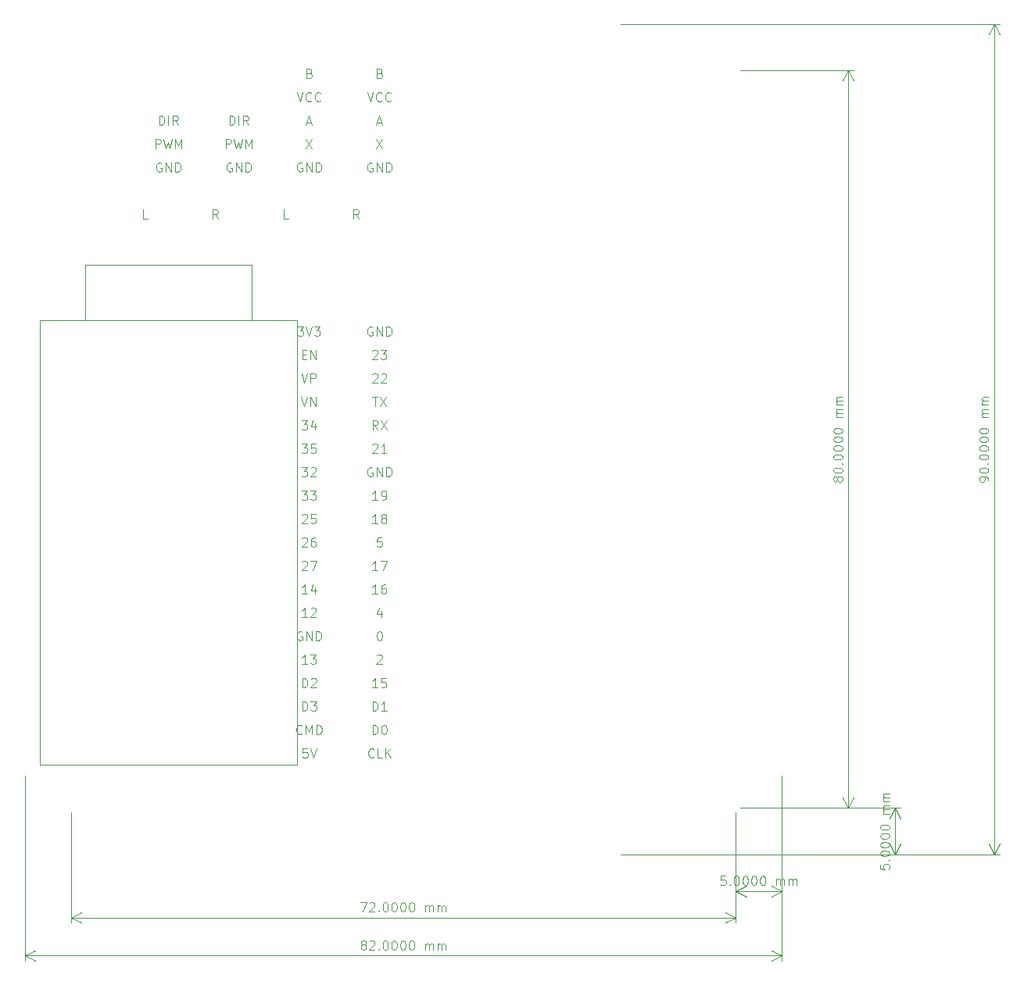
<source format=gbr>
%TF.GenerationSoftware,KiCad,Pcbnew,8.0.8-unknown-202501160222~12d96d1a90~ubuntu22.04.1*%
%TF.CreationDate,2025-02-14T10:10:46+09:00*%
%TF.ProjectId,MG5-ESP32-Shield,4d47352d-4553-4503-9332-2d536869656c,rev?*%
%TF.SameCoordinates,Original*%
%TF.FileFunction,Legend,Top*%
%TF.FilePolarity,Positive*%
%FSLAX46Y46*%
G04 Gerber Fmt 4.6, Leading zero omitted, Abs format (unit mm)*
G04 Created by KiCad (PCBNEW 8.0.8-unknown-202501160222~12d96d1a90~ubuntu22.04.1) date 2025-02-14 10:10:46*
%MOMM*%
%LPD*%
G01*
G04 APERTURE LIST*
%ADD10C,0.100000*%
G04 APERTURE END LIST*
D10*
X201985990Y-102428570D02*
X201938371Y-102523808D01*
X201938371Y-102523808D02*
X201890752Y-102571427D01*
X201890752Y-102571427D02*
X201795514Y-102619046D01*
X201795514Y-102619046D02*
X201747895Y-102619046D01*
X201747895Y-102619046D02*
X201652657Y-102571427D01*
X201652657Y-102571427D02*
X201605038Y-102523808D01*
X201605038Y-102523808D02*
X201557419Y-102428570D01*
X201557419Y-102428570D02*
X201557419Y-102238094D01*
X201557419Y-102238094D02*
X201605038Y-102142856D01*
X201605038Y-102142856D02*
X201652657Y-102095237D01*
X201652657Y-102095237D02*
X201747895Y-102047618D01*
X201747895Y-102047618D02*
X201795514Y-102047618D01*
X201795514Y-102047618D02*
X201890752Y-102095237D01*
X201890752Y-102095237D02*
X201938371Y-102142856D01*
X201938371Y-102142856D02*
X201985990Y-102238094D01*
X201985990Y-102238094D02*
X201985990Y-102428570D01*
X201985990Y-102428570D02*
X202033609Y-102523808D01*
X202033609Y-102523808D02*
X202081228Y-102571427D01*
X202081228Y-102571427D02*
X202176466Y-102619046D01*
X202176466Y-102619046D02*
X202366942Y-102619046D01*
X202366942Y-102619046D02*
X202462180Y-102571427D01*
X202462180Y-102571427D02*
X202509800Y-102523808D01*
X202509800Y-102523808D02*
X202557419Y-102428570D01*
X202557419Y-102428570D02*
X202557419Y-102238094D01*
X202557419Y-102238094D02*
X202509800Y-102142856D01*
X202509800Y-102142856D02*
X202462180Y-102095237D01*
X202462180Y-102095237D02*
X202366942Y-102047618D01*
X202366942Y-102047618D02*
X202176466Y-102047618D01*
X202176466Y-102047618D02*
X202081228Y-102095237D01*
X202081228Y-102095237D02*
X202033609Y-102142856D01*
X202033609Y-102142856D02*
X201985990Y-102238094D01*
X201557419Y-101428570D02*
X201557419Y-101333332D01*
X201557419Y-101333332D02*
X201605038Y-101238094D01*
X201605038Y-101238094D02*
X201652657Y-101190475D01*
X201652657Y-101190475D02*
X201747895Y-101142856D01*
X201747895Y-101142856D02*
X201938371Y-101095237D01*
X201938371Y-101095237D02*
X202176466Y-101095237D01*
X202176466Y-101095237D02*
X202366942Y-101142856D01*
X202366942Y-101142856D02*
X202462180Y-101190475D01*
X202462180Y-101190475D02*
X202509800Y-101238094D01*
X202509800Y-101238094D02*
X202557419Y-101333332D01*
X202557419Y-101333332D02*
X202557419Y-101428570D01*
X202557419Y-101428570D02*
X202509800Y-101523808D01*
X202509800Y-101523808D02*
X202462180Y-101571427D01*
X202462180Y-101571427D02*
X202366942Y-101619046D01*
X202366942Y-101619046D02*
X202176466Y-101666665D01*
X202176466Y-101666665D02*
X201938371Y-101666665D01*
X201938371Y-101666665D02*
X201747895Y-101619046D01*
X201747895Y-101619046D02*
X201652657Y-101571427D01*
X201652657Y-101571427D02*
X201605038Y-101523808D01*
X201605038Y-101523808D02*
X201557419Y-101428570D01*
X202462180Y-100666665D02*
X202509800Y-100619046D01*
X202509800Y-100619046D02*
X202557419Y-100666665D01*
X202557419Y-100666665D02*
X202509800Y-100714284D01*
X202509800Y-100714284D02*
X202462180Y-100666665D01*
X202462180Y-100666665D02*
X202557419Y-100666665D01*
X201557419Y-99999999D02*
X201557419Y-99904761D01*
X201557419Y-99904761D02*
X201605038Y-99809523D01*
X201605038Y-99809523D02*
X201652657Y-99761904D01*
X201652657Y-99761904D02*
X201747895Y-99714285D01*
X201747895Y-99714285D02*
X201938371Y-99666666D01*
X201938371Y-99666666D02*
X202176466Y-99666666D01*
X202176466Y-99666666D02*
X202366942Y-99714285D01*
X202366942Y-99714285D02*
X202462180Y-99761904D01*
X202462180Y-99761904D02*
X202509800Y-99809523D01*
X202509800Y-99809523D02*
X202557419Y-99904761D01*
X202557419Y-99904761D02*
X202557419Y-99999999D01*
X202557419Y-99999999D02*
X202509800Y-100095237D01*
X202509800Y-100095237D02*
X202462180Y-100142856D01*
X202462180Y-100142856D02*
X202366942Y-100190475D01*
X202366942Y-100190475D02*
X202176466Y-100238094D01*
X202176466Y-100238094D02*
X201938371Y-100238094D01*
X201938371Y-100238094D02*
X201747895Y-100190475D01*
X201747895Y-100190475D02*
X201652657Y-100142856D01*
X201652657Y-100142856D02*
X201605038Y-100095237D01*
X201605038Y-100095237D02*
X201557419Y-99999999D01*
X201557419Y-99047618D02*
X201557419Y-98952380D01*
X201557419Y-98952380D02*
X201605038Y-98857142D01*
X201605038Y-98857142D02*
X201652657Y-98809523D01*
X201652657Y-98809523D02*
X201747895Y-98761904D01*
X201747895Y-98761904D02*
X201938371Y-98714285D01*
X201938371Y-98714285D02*
X202176466Y-98714285D01*
X202176466Y-98714285D02*
X202366942Y-98761904D01*
X202366942Y-98761904D02*
X202462180Y-98809523D01*
X202462180Y-98809523D02*
X202509800Y-98857142D01*
X202509800Y-98857142D02*
X202557419Y-98952380D01*
X202557419Y-98952380D02*
X202557419Y-99047618D01*
X202557419Y-99047618D02*
X202509800Y-99142856D01*
X202509800Y-99142856D02*
X202462180Y-99190475D01*
X202462180Y-99190475D02*
X202366942Y-99238094D01*
X202366942Y-99238094D02*
X202176466Y-99285713D01*
X202176466Y-99285713D02*
X201938371Y-99285713D01*
X201938371Y-99285713D02*
X201747895Y-99238094D01*
X201747895Y-99238094D02*
X201652657Y-99190475D01*
X201652657Y-99190475D02*
X201605038Y-99142856D01*
X201605038Y-99142856D02*
X201557419Y-99047618D01*
X201557419Y-98095237D02*
X201557419Y-97999999D01*
X201557419Y-97999999D02*
X201605038Y-97904761D01*
X201605038Y-97904761D02*
X201652657Y-97857142D01*
X201652657Y-97857142D02*
X201747895Y-97809523D01*
X201747895Y-97809523D02*
X201938371Y-97761904D01*
X201938371Y-97761904D02*
X202176466Y-97761904D01*
X202176466Y-97761904D02*
X202366942Y-97809523D01*
X202366942Y-97809523D02*
X202462180Y-97857142D01*
X202462180Y-97857142D02*
X202509800Y-97904761D01*
X202509800Y-97904761D02*
X202557419Y-97999999D01*
X202557419Y-97999999D02*
X202557419Y-98095237D01*
X202557419Y-98095237D02*
X202509800Y-98190475D01*
X202509800Y-98190475D02*
X202462180Y-98238094D01*
X202462180Y-98238094D02*
X202366942Y-98285713D01*
X202366942Y-98285713D02*
X202176466Y-98333332D01*
X202176466Y-98333332D02*
X201938371Y-98333332D01*
X201938371Y-98333332D02*
X201747895Y-98285713D01*
X201747895Y-98285713D02*
X201652657Y-98238094D01*
X201652657Y-98238094D02*
X201605038Y-98190475D01*
X201605038Y-98190475D02*
X201557419Y-98095237D01*
X201557419Y-97142856D02*
X201557419Y-97047618D01*
X201557419Y-97047618D02*
X201605038Y-96952380D01*
X201605038Y-96952380D02*
X201652657Y-96904761D01*
X201652657Y-96904761D02*
X201747895Y-96857142D01*
X201747895Y-96857142D02*
X201938371Y-96809523D01*
X201938371Y-96809523D02*
X202176466Y-96809523D01*
X202176466Y-96809523D02*
X202366942Y-96857142D01*
X202366942Y-96857142D02*
X202462180Y-96904761D01*
X202462180Y-96904761D02*
X202509800Y-96952380D01*
X202509800Y-96952380D02*
X202557419Y-97047618D01*
X202557419Y-97047618D02*
X202557419Y-97142856D01*
X202557419Y-97142856D02*
X202509800Y-97238094D01*
X202509800Y-97238094D02*
X202462180Y-97285713D01*
X202462180Y-97285713D02*
X202366942Y-97333332D01*
X202366942Y-97333332D02*
X202176466Y-97380951D01*
X202176466Y-97380951D02*
X201938371Y-97380951D01*
X201938371Y-97380951D02*
X201747895Y-97333332D01*
X201747895Y-97333332D02*
X201652657Y-97285713D01*
X201652657Y-97285713D02*
X201605038Y-97238094D01*
X201605038Y-97238094D02*
X201557419Y-97142856D01*
X202557419Y-95619046D02*
X201890752Y-95619046D01*
X201985990Y-95619046D02*
X201938371Y-95571427D01*
X201938371Y-95571427D02*
X201890752Y-95476189D01*
X201890752Y-95476189D02*
X201890752Y-95333332D01*
X201890752Y-95333332D02*
X201938371Y-95238094D01*
X201938371Y-95238094D02*
X202033609Y-95190475D01*
X202033609Y-95190475D02*
X202557419Y-95190475D01*
X202033609Y-95190475D02*
X201938371Y-95142856D01*
X201938371Y-95142856D02*
X201890752Y-95047618D01*
X201890752Y-95047618D02*
X201890752Y-94904761D01*
X201890752Y-94904761D02*
X201938371Y-94809522D01*
X201938371Y-94809522D02*
X202033609Y-94761903D01*
X202033609Y-94761903D02*
X202557419Y-94761903D01*
X202557419Y-94285713D02*
X201890752Y-94285713D01*
X201985990Y-94285713D02*
X201938371Y-94238094D01*
X201938371Y-94238094D02*
X201890752Y-94142856D01*
X201890752Y-94142856D02*
X201890752Y-93999999D01*
X201890752Y-93999999D02*
X201938371Y-93904761D01*
X201938371Y-93904761D02*
X202033609Y-93857142D01*
X202033609Y-93857142D02*
X202557419Y-93857142D01*
X202033609Y-93857142D02*
X201938371Y-93809523D01*
X201938371Y-93809523D02*
X201890752Y-93714285D01*
X201890752Y-93714285D02*
X201890752Y-93571428D01*
X201890752Y-93571428D02*
X201938371Y-93476189D01*
X201938371Y-93476189D02*
X202033609Y-93428570D01*
X202033609Y-93428570D02*
X202557419Y-93428570D01*
X191500000Y-138000000D02*
X203786420Y-138000000D01*
X191500000Y-58000000D02*
X203786420Y-58000000D01*
X203200000Y-138000000D02*
X203200000Y-58000000D01*
X203200000Y-138000000D02*
X203200000Y-58000000D01*
X203200000Y-138000000D02*
X202613579Y-136873496D01*
X203200000Y-138000000D02*
X203786421Y-136873496D01*
X203200000Y-58000000D02*
X203786421Y-59126504D01*
X203200000Y-58000000D02*
X202613579Y-59126504D01*
X150333334Y-148217419D02*
X151000000Y-148217419D01*
X151000000Y-148217419D02*
X150571429Y-149217419D01*
X151333334Y-148312657D02*
X151380953Y-148265038D01*
X151380953Y-148265038D02*
X151476191Y-148217419D01*
X151476191Y-148217419D02*
X151714286Y-148217419D01*
X151714286Y-148217419D02*
X151809524Y-148265038D01*
X151809524Y-148265038D02*
X151857143Y-148312657D01*
X151857143Y-148312657D02*
X151904762Y-148407895D01*
X151904762Y-148407895D02*
X151904762Y-148503133D01*
X151904762Y-148503133D02*
X151857143Y-148645990D01*
X151857143Y-148645990D02*
X151285715Y-149217419D01*
X151285715Y-149217419D02*
X151904762Y-149217419D01*
X152333334Y-149122180D02*
X152380953Y-149169800D01*
X152380953Y-149169800D02*
X152333334Y-149217419D01*
X152333334Y-149217419D02*
X152285715Y-149169800D01*
X152285715Y-149169800D02*
X152333334Y-149122180D01*
X152333334Y-149122180D02*
X152333334Y-149217419D01*
X153000000Y-148217419D02*
X153095238Y-148217419D01*
X153095238Y-148217419D02*
X153190476Y-148265038D01*
X153190476Y-148265038D02*
X153238095Y-148312657D01*
X153238095Y-148312657D02*
X153285714Y-148407895D01*
X153285714Y-148407895D02*
X153333333Y-148598371D01*
X153333333Y-148598371D02*
X153333333Y-148836466D01*
X153333333Y-148836466D02*
X153285714Y-149026942D01*
X153285714Y-149026942D02*
X153238095Y-149122180D01*
X153238095Y-149122180D02*
X153190476Y-149169800D01*
X153190476Y-149169800D02*
X153095238Y-149217419D01*
X153095238Y-149217419D02*
X153000000Y-149217419D01*
X153000000Y-149217419D02*
X152904762Y-149169800D01*
X152904762Y-149169800D02*
X152857143Y-149122180D01*
X152857143Y-149122180D02*
X152809524Y-149026942D01*
X152809524Y-149026942D02*
X152761905Y-148836466D01*
X152761905Y-148836466D02*
X152761905Y-148598371D01*
X152761905Y-148598371D02*
X152809524Y-148407895D01*
X152809524Y-148407895D02*
X152857143Y-148312657D01*
X152857143Y-148312657D02*
X152904762Y-148265038D01*
X152904762Y-148265038D02*
X153000000Y-148217419D01*
X153952381Y-148217419D02*
X154047619Y-148217419D01*
X154047619Y-148217419D02*
X154142857Y-148265038D01*
X154142857Y-148265038D02*
X154190476Y-148312657D01*
X154190476Y-148312657D02*
X154238095Y-148407895D01*
X154238095Y-148407895D02*
X154285714Y-148598371D01*
X154285714Y-148598371D02*
X154285714Y-148836466D01*
X154285714Y-148836466D02*
X154238095Y-149026942D01*
X154238095Y-149026942D02*
X154190476Y-149122180D01*
X154190476Y-149122180D02*
X154142857Y-149169800D01*
X154142857Y-149169800D02*
X154047619Y-149217419D01*
X154047619Y-149217419D02*
X153952381Y-149217419D01*
X153952381Y-149217419D02*
X153857143Y-149169800D01*
X153857143Y-149169800D02*
X153809524Y-149122180D01*
X153809524Y-149122180D02*
X153761905Y-149026942D01*
X153761905Y-149026942D02*
X153714286Y-148836466D01*
X153714286Y-148836466D02*
X153714286Y-148598371D01*
X153714286Y-148598371D02*
X153761905Y-148407895D01*
X153761905Y-148407895D02*
X153809524Y-148312657D01*
X153809524Y-148312657D02*
X153857143Y-148265038D01*
X153857143Y-148265038D02*
X153952381Y-148217419D01*
X154904762Y-148217419D02*
X155000000Y-148217419D01*
X155000000Y-148217419D02*
X155095238Y-148265038D01*
X155095238Y-148265038D02*
X155142857Y-148312657D01*
X155142857Y-148312657D02*
X155190476Y-148407895D01*
X155190476Y-148407895D02*
X155238095Y-148598371D01*
X155238095Y-148598371D02*
X155238095Y-148836466D01*
X155238095Y-148836466D02*
X155190476Y-149026942D01*
X155190476Y-149026942D02*
X155142857Y-149122180D01*
X155142857Y-149122180D02*
X155095238Y-149169800D01*
X155095238Y-149169800D02*
X155000000Y-149217419D01*
X155000000Y-149217419D02*
X154904762Y-149217419D01*
X154904762Y-149217419D02*
X154809524Y-149169800D01*
X154809524Y-149169800D02*
X154761905Y-149122180D01*
X154761905Y-149122180D02*
X154714286Y-149026942D01*
X154714286Y-149026942D02*
X154666667Y-148836466D01*
X154666667Y-148836466D02*
X154666667Y-148598371D01*
X154666667Y-148598371D02*
X154714286Y-148407895D01*
X154714286Y-148407895D02*
X154761905Y-148312657D01*
X154761905Y-148312657D02*
X154809524Y-148265038D01*
X154809524Y-148265038D02*
X154904762Y-148217419D01*
X155857143Y-148217419D02*
X155952381Y-148217419D01*
X155952381Y-148217419D02*
X156047619Y-148265038D01*
X156047619Y-148265038D02*
X156095238Y-148312657D01*
X156095238Y-148312657D02*
X156142857Y-148407895D01*
X156142857Y-148407895D02*
X156190476Y-148598371D01*
X156190476Y-148598371D02*
X156190476Y-148836466D01*
X156190476Y-148836466D02*
X156142857Y-149026942D01*
X156142857Y-149026942D02*
X156095238Y-149122180D01*
X156095238Y-149122180D02*
X156047619Y-149169800D01*
X156047619Y-149169800D02*
X155952381Y-149217419D01*
X155952381Y-149217419D02*
X155857143Y-149217419D01*
X155857143Y-149217419D02*
X155761905Y-149169800D01*
X155761905Y-149169800D02*
X155714286Y-149122180D01*
X155714286Y-149122180D02*
X155666667Y-149026942D01*
X155666667Y-149026942D02*
X155619048Y-148836466D01*
X155619048Y-148836466D02*
X155619048Y-148598371D01*
X155619048Y-148598371D02*
X155666667Y-148407895D01*
X155666667Y-148407895D02*
X155714286Y-148312657D01*
X155714286Y-148312657D02*
X155761905Y-148265038D01*
X155761905Y-148265038D02*
X155857143Y-148217419D01*
X157380953Y-149217419D02*
X157380953Y-148550752D01*
X157380953Y-148645990D02*
X157428572Y-148598371D01*
X157428572Y-148598371D02*
X157523810Y-148550752D01*
X157523810Y-148550752D02*
X157666667Y-148550752D01*
X157666667Y-148550752D02*
X157761905Y-148598371D01*
X157761905Y-148598371D02*
X157809524Y-148693609D01*
X157809524Y-148693609D02*
X157809524Y-149217419D01*
X157809524Y-148693609D02*
X157857143Y-148598371D01*
X157857143Y-148598371D02*
X157952381Y-148550752D01*
X157952381Y-148550752D02*
X158095238Y-148550752D01*
X158095238Y-148550752D02*
X158190477Y-148598371D01*
X158190477Y-148598371D02*
X158238096Y-148693609D01*
X158238096Y-148693609D02*
X158238096Y-149217419D01*
X158714286Y-149217419D02*
X158714286Y-148550752D01*
X158714286Y-148645990D02*
X158761905Y-148598371D01*
X158761905Y-148598371D02*
X158857143Y-148550752D01*
X158857143Y-148550752D02*
X159000000Y-148550752D01*
X159000000Y-148550752D02*
X159095238Y-148598371D01*
X159095238Y-148598371D02*
X159142857Y-148693609D01*
X159142857Y-148693609D02*
X159142857Y-149217419D01*
X159142857Y-148693609D02*
X159190476Y-148598371D01*
X159190476Y-148598371D02*
X159285714Y-148550752D01*
X159285714Y-148550752D02*
X159428571Y-148550752D01*
X159428571Y-148550752D02*
X159523810Y-148598371D01*
X159523810Y-148598371D02*
X159571429Y-148693609D01*
X159571429Y-148693609D02*
X159571429Y-149217419D01*
X119000000Y-138500000D02*
X119000000Y-150446420D01*
X191000000Y-138500000D02*
X191000000Y-150446420D01*
X119000000Y-149860000D02*
X191000000Y-149860000D01*
X119000000Y-149860000D02*
X191000000Y-149860000D01*
X119000000Y-149860000D02*
X120126504Y-149273579D01*
X119000000Y-149860000D02*
X120126504Y-150446421D01*
X191000000Y-149860000D02*
X189873496Y-150446421D01*
X191000000Y-149860000D02*
X189873496Y-149273579D01*
X206637419Y-144119047D02*
X206637419Y-144595237D01*
X206637419Y-144595237D02*
X207113609Y-144642856D01*
X207113609Y-144642856D02*
X207065990Y-144595237D01*
X207065990Y-144595237D02*
X207018371Y-144499999D01*
X207018371Y-144499999D02*
X207018371Y-144261904D01*
X207018371Y-144261904D02*
X207065990Y-144166666D01*
X207065990Y-144166666D02*
X207113609Y-144119047D01*
X207113609Y-144119047D02*
X207208847Y-144071428D01*
X207208847Y-144071428D02*
X207446942Y-144071428D01*
X207446942Y-144071428D02*
X207542180Y-144119047D01*
X207542180Y-144119047D02*
X207589800Y-144166666D01*
X207589800Y-144166666D02*
X207637419Y-144261904D01*
X207637419Y-144261904D02*
X207637419Y-144499999D01*
X207637419Y-144499999D02*
X207589800Y-144595237D01*
X207589800Y-144595237D02*
X207542180Y-144642856D01*
X207542180Y-143642856D02*
X207589800Y-143595237D01*
X207589800Y-143595237D02*
X207637419Y-143642856D01*
X207637419Y-143642856D02*
X207589800Y-143690475D01*
X207589800Y-143690475D02*
X207542180Y-143642856D01*
X207542180Y-143642856D02*
X207637419Y-143642856D01*
X206637419Y-142976190D02*
X206637419Y-142880952D01*
X206637419Y-142880952D02*
X206685038Y-142785714D01*
X206685038Y-142785714D02*
X206732657Y-142738095D01*
X206732657Y-142738095D02*
X206827895Y-142690476D01*
X206827895Y-142690476D02*
X207018371Y-142642857D01*
X207018371Y-142642857D02*
X207256466Y-142642857D01*
X207256466Y-142642857D02*
X207446942Y-142690476D01*
X207446942Y-142690476D02*
X207542180Y-142738095D01*
X207542180Y-142738095D02*
X207589800Y-142785714D01*
X207589800Y-142785714D02*
X207637419Y-142880952D01*
X207637419Y-142880952D02*
X207637419Y-142976190D01*
X207637419Y-142976190D02*
X207589800Y-143071428D01*
X207589800Y-143071428D02*
X207542180Y-143119047D01*
X207542180Y-143119047D02*
X207446942Y-143166666D01*
X207446942Y-143166666D02*
X207256466Y-143214285D01*
X207256466Y-143214285D02*
X207018371Y-143214285D01*
X207018371Y-143214285D02*
X206827895Y-143166666D01*
X206827895Y-143166666D02*
X206732657Y-143119047D01*
X206732657Y-143119047D02*
X206685038Y-143071428D01*
X206685038Y-143071428D02*
X206637419Y-142976190D01*
X206637419Y-142023809D02*
X206637419Y-141928571D01*
X206637419Y-141928571D02*
X206685038Y-141833333D01*
X206685038Y-141833333D02*
X206732657Y-141785714D01*
X206732657Y-141785714D02*
X206827895Y-141738095D01*
X206827895Y-141738095D02*
X207018371Y-141690476D01*
X207018371Y-141690476D02*
X207256466Y-141690476D01*
X207256466Y-141690476D02*
X207446942Y-141738095D01*
X207446942Y-141738095D02*
X207542180Y-141785714D01*
X207542180Y-141785714D02*
X207589800Y-141833333D01*
X207589800Y-141833333D02*
X207637419Y-141928571D01*
X207637419Y-141928571D02*
X207637419Y-142023809D01*
X207637419Y-142023809D02*
X207589800Y-142119047D01*
X207589800Y-142119047D02*
X207542180Y-142166666D01*
X207542180Y-142166666D02*
X207446942Y-142214285D01*
X207446942Y-142214285D02*
X207256466Y-142261904D01*
X207256466Y-142261904D02*
X207018371Y-142261904D01*
X207018371Y-142261904D02*
X206827895Y-142214285D01*
X206827895Y-142214285D02*
X206732657Y-142166666D01*
X206732657Y-142166666D02*
X206685038Y-142119047D01*
X206685038Y-142119047D02*
X206637419Y-142023809D01*
X206637419Y-141071428D02*
X206637419Y-140976190D01*
X206637419Y-140976190D02*
X206685038Y-140880952D01*
X206685038Y-140880952D02*
X206732657Y-140833333D01*
X206732657Y-140833333D02*
X206827895Y-140785714D01*
X206827895Y-140785714D02*
X207018371Y-140738095D01*
X207018371Y-140738095D02*
X207256466Y-140738095D01*
X207256466Y-140738095D02*
X207446942Y-140785714D01*
X207446942Y-140785714D02*
X207542180Y-140833333D01*
X207542180Y-140833333D02*
X207589800Y-140880952D01*
X207589800Y-140880952D02*
X207637419Y-140976190D01*
X207637419Y-140976190D02*
X207637419Y-141071428D01*
X207637419Y-141071428D02*
X207589800Y-141166666D01*
X207589800Y-141166666D02*
X207542180Y-141214285D01*
X207542180Y-141214285D02*
X207446942Y-141261904D01*
X207446942Y-141261904D02*
X207256466Y-141309523D01*
X207256466Y-141309523D02*
X207018371Y-141309523D01*
X207018371Y-141309523D02*
X206827895Y-141261904D01*
X206827895Y-141261904D02*
X206732657Y-141214285D01*
X206732657Y-141214285D02*
X206685038Y-141166666D01*
X206685038Y-141166666D02*
X206637419Y-141071428D01*
X206637419Y-140119047D02*
X206637419Y-140023809D01*
X206637419Y-140023809D02*
X206685038Y-139928571D01*
X206685038Y-139928571D02*
X206732657Y-139880952D01*
X206732657Y-139880952D02*
X206827895Y-139833333D01*
X206827895Y-139833333D02*
X207018371Y-139785714D01*
X207018371Y-139785714D02*
X207256466Y-139785714D01*
X207256466Y-139785714D02*
X207446942Y-139833333D01*
X207446942Y-139833333D02*
X207542180Y-139880952D01*
X207542180Y-139880952D02*
X207589800Y-139928571D01*
X207589800Y-139928571D02*
X207637419Y-140023809D01*
X207637419Y-140023809D02*
X207637419Y-140119047D01*
X207637419Y-140119047D02*
X207589800Y-140214285D01*
X207589800Y-140214285D02*
X207542180Y-140261904D01*
X207542180Y-140261904D02*
X207446942Y-140309523D01*
X207446942Y-140309523D02*
X207256466Y-140357142D01*
X207256466Y-140357142D02*
X207018371Y-140357142D01*
X207018371Y-140357142D02*
X206827895Y-140309523D01*
X206827895Y-140309523D02*
X206732657Y-140261904D01*
X206732657Y-140261904D02*
X206685038Y-140214285D01*
X206685038Y-140214285D02*
X206637419Y-140119047D01*
X207637419Y-138595237D02*
X206970752Y-138595237D01*
X207065990Y-138595237D02*
X207018371Y-138547618D01*
X207018371Y-138547618D02*
X206970752Y-138452380D01*
X206970752Y-138452380D02*
X206970752Y-138309523D01*
X206970752Y-138309523D02*
X207018371Y-138214285D01*
X207018371Y-138214285D02*
X207113609Y-138166666D01*
X207113609Y-138166666D02*
X207637419Y-138166666D01*
X207113609Y-138166666D02*
X207018371Y-138119047D01*
X207018371Y-138119047D02*
X206970752Y-138023809D01*
X206970752Y-138023809D02*
X206970752Y-137880952D01*
X206970752Y-137880952D02*
X207018371Y-137785713D01*
X207018371Y-137785713D02*
X207113609Y-137738094D01*
X207113609Y-137738094D02*
X207637419Y-137738094D01*
X207637419Y-137261904D02*
X206970752Y-137261904D01*
X207065990Y-137261904D02*
X207018371Y-137214285D01*
X207018371Y-137214285D02*
X206970752Y-137119047D01*
X206970752Y-137119047D02*
X206970752Y-136976190D01*
X206970752Y-136976190D02*
X207018371Y-136880952D01*
X207018371Y-136880952D02*
X207113609Y-136833333D01*
X207113609Y-136833333D02*
X207637419Y-136833333D01*
X207113609Y-136833333D02*
X207018371Y-136785714D01*
X207018371Y-136785714D02*
X206970752Y-136690476D01*
X206970752Y-136690476D02*
X206970752Y-136547619D01*
X206970752Y-136547619D02*
X207018371Y-136452380D01*
X207018371Y-136452380D02*
X207113609Y-136404761D01*
X207113609Y-136404761D02*
X207637419Y-136404761D01*
X191500000Y-138000000D02*
X208866420Y-138000000D01*
X191500000Y-143000000D02*
X208866420Y-143000000D01*
X208280000Y-138000000D02*
X208280000Y-143000000D01*
X208280000Y-138000000D02*
X208280000Y-143000000D01*
X208280000Y-138000000D02*
X208866421Y-139126504D01*
X208280000Y-138000000D02*
X207693579Y-139126504D01*
X208280000Y-143000000D02*
X207693579Y-141873496D01*
X208280000Y-143000000D02*
X208866421Y-141873496D01*
X150571429Y-152785990D02*
X150476191Y-152738371D01*
X150476191Y-152738371D02*
X150428572Y-152690752D01*
X150428572Y-152690752D02*
X150380953Y-152595514D01*
X150380953Y-152595514D02*
X150380953Y-152547895D01*
X150380953Y-152547895D02*
X150428572Y-152452657D01*
X150428572Y-152452657D02*
X150476191Y-152405038D01*
X150476191Y-152405038D02*
X150571429Y-152357419D01*
X150571429Y-152357419D02*
X150761905Y-152357419D01*
X150761905Y-152357419D02*
X150857143Y-152405038D01*
X150857143Y-152405038D02*
X150904762Y-152452657D01*
X150904762Y-152452657D02*
X150952381Y-152547895D01*
X150952381Y-152547895D02*
X150952381Y-152595514D01*
X150952381Y-152595514D02*
X150904762Y-152690752D01*
X150904762Y-152690752D02*
X150857143Y-152738371D01*
X150857143Y-152738371D02*
X150761905Y-152785990D01*
X150761905Y-152785990D02*
X150571429Y-152785990D01*
X150571429Y-152785990D02*
X150476191Y-152833609D01*
X150476191Y-152833609D02*
X150428572Y-152881228D01*
X150428572Y-152881228D02*
X150380953Y-152976466D01*
X150380953Y-152976466D02*
X150380953Y-153166942D01*
X150380953Y-153166942D02*
X150428572Y-153262180D01*
X150428572Y-153262180D02*
X150476191Y-153309800D01*
X150476191Y-153309800D02*
X150571429Y-153357419D01*
X150571429Y-153357419D02*
X150761905Y-153357419D01*
X150761905Y-153357419D02*
X150857143Y-153309800D01*
X150857143Y-153309800D02*
X150904762Y-153262180D01*
X150904762Y-153262180D02*
X150952381Y-153166942D01*
X150952381Y-153166942D02*
X150952381Y-152976466D01*
X150952381Y-152976466D02*
X150904762Y-152881228D01*
X150904762Y-152881228D02*
X150857143Y-152833609D01*
X150857143Y-152833609D02*
X150761905Y-152785990D01*
X151333334Y-152452657D02*
X151380953Y-152405038D01*
X151380953Y-152405038D02*
X151476191Y-152357419D01*
X151476191Y-152357419D02*
X151714286Y-152357419D01*
X151714286Y-152357419D02*
X151809524Y-152405038D01*
X151809524Y-152405038D02*
X151857143Y-152452657D01*
X151857143Y-152452657D02*
X151904762Y-152547895D01*
X151904762Y-152547895D02*
X151904762Y-152643133D01*
X151904762Y-152643133D02*
X151857143Y-152785990D01*
X151857143Y-152785990D02*
X151285715Y-153357419D01*
X151285715Y-153357419D02*
X151904762Y-153357419D01*
X152333334Y-153262180D02*
X152380953Y-153309800D01*
X152380953Y-153309800D02*
X152333334Y-153357419D01*
X152333334Y-153357419D02*
X152285715Y-153309800D01*
X152285715Y-153309800D02*
X152333334Y-153262180D01*
X152333334Y-153262180D02*
X152333334Y-153357419D01*
X153000000Y-152357419D02*
X153095238Y-152357419D01*
X153095238Y-152357419D02*
X153190476Y-152405038D01*
X153190476Y-152405038D02*
X153238095Y-152452657D01*
X153238095Y-152452657D02*
X153285714Y-152547895D01*
X153285714Y-152547895D02*
X153333333Y-152738371D01*
X153333333Y-152738371D02*
X153333333Y-152976466D01*
X153333333Y-152976466D02*
X153285714Y-153166942D01*
X153285714Y-153166942D02*
X153238095Y-153262180D01*
X153238095Y-153262180D02*
X153190476Y-153309800D01*
X153190476Y-153309800D02*
X153095238Y-153357419D01*
X153095238Y-153357419D02*
X153000000Y-153357419D01*
X153000000Y-153357419D02*
X152904762Y-153309800D01*
X152904762Y-153309800D02*
X152857143Y-153262180D01*
X152857143Y-153262180D02*
X152809524Y-153166942D01*
X152809524Y-153166942D02*
X152761905Y-152976466D01*
X152761905Y-152976466D02*
X152761905Y-152738371D01*
X152761905Y-152738371D02*
X152809524Y-152547895D01*
X152809524Y-152547895D02*
X152857143Y-152452657D01*
X152857143Y-152452657D02*
X152904762Y-152405038D01*
X152904762Y-152405038D02*
X153000000Y-152357419D01*
X153952381Y-152357419D02*
X154047619Y-152357419D01*
X154047619Y-152357419D02*
X154142857Y-152405038D01*
X154142857Y-152405038D02*
X154190476Y-152452657D01*
X154190476Y-152452657D02*
X154238095Y-152547895D01*
X154238095Y-152547895D02*
X154285714Y-152738371D01*
X154285714Y-152738371D02*
X154285714Y-152976466D01*
X154285714Y-152976466D02*
X154238095Y-153166942D01*
X154238095Y-153166942D02*
X154190476Y-153262180D01*
X154190476Y-153262180D02*
X154142857Y-153309800D01*
X154142857Y-153309800D02*
X154047619Y-153357419D01*
X154047619Y-153357419D02*
X153952381Y-153357419D01*
X153952381Y-153357419D02*
X153857143Y-153309800D01*
X153857143Y-153309800D02*
X153809524Y-153262180D01*
X153809524Y-153262180D02*
X153761905Y-153166942D01*
X153761905Y-153166942D02*
X153714286Y-152976466D01*
X153714286Y-152976466D02*
X153714286Y-152738371D01*
X153714286Y-152738371D02*
X153761905Y-152547895D01*
X153761905Y-152547895D02*
X153809524Y-152452657D01*
X153809524Y-152452657D02*
X153857143Y-152405038D01*
X153857143Y-152405038D02*
X153952381Y-152357419D01*
X154904762Y-152357419D02*
X155000000Y-152357419D01*
X155000000Y-152357419D02*
X155095238Y-152405038D01*
X155095238Y-152405038D02*
X155142857Y-152452657D01*
X155142857Y-152452657D02*
X155190476Y-152547895D01*
X155190476Y-152547895D02*
X155238095Y-152738371D01*
X155238095Y-152738371D02*
X155238095Y-152976466D01*
X155238095Y-152976466D02*
X155190476Y-153166942D01*
X155190476Y-153166942D02*
X155142857Y-153262180D01*
X155142857Y-153262180D02*
X155095238Y-153309800D01*
X155095238Y-153309800D02*
X155000000Y-153357419D01*
X155000000Y-153357419D02*
X154904762Y-153357419D01*
X154904762Y-153357419D02*
X154809524Y-153309800D01*
X154809524Y-153309800D02*
X154761905Y-153262180D01*
X154761905Y-153262180D02*
X154714286Y-153166942D01*
X154714286Y-153166942D02*
X154666667Y-152976466D01*
X154666667Y-152976466D02*
X154666667Y-152738371D01*
X154666667Y-152738371D02*
X154714286Y-152547895D01*
X154714286Y-152547895D02*
X154761905Y-152452657D01*
X154761905Y-152452657D02*
X154809524Y-152405038D01*
X154809524Y-152405038D02*
X154904762Y-152357419D01*
X155857143Y-152357419D02*
X155952381Y-152357419D01*
X155952381Y-152357419D02*
X156047619Y-152405038D01*
X156047619Y-152405038D02*
X156095238Y-152452657D01*
X156095238Y-152452657D02*
X156142857Y-152547895D01*
X156142857Y-152547895D02*
X156190476Y-152738371D01*
X156190476Y-152738371D02*
X156190476Y-152976466D01*
X156190476Y-152976466D02*
X156142857Y-153166942D01*
X156142857Y-153166942D02*
X156095238Y-153262180D01*
X156095238Y-153262180D02*
X156047619Y-153309800D01*
X156047619Y-153309800D02*
X155952381Y-153357419D01*
X155952381Y-153357419D02*
X155857143Y-153357419D01*
X155857143Y-153357419D02*
X155761905Y-153309800D01*
X155761905Y-153309800D02*
X155714286Y-153262180D01*
X155714286Y-153262180D02*
X155666667Y-153166942D01*
X155666667Y-153166942D02*
X155619048Y-152976466D01*
X155619048Y-152976466D02*
X155619048Y-152738371D01*
X155619048Y-152738371D02*
X155666667Y-152547895D01*
X155666667Y-152547895D02*
X155714286Y-152452657D01*
X155714286Y-152452657D02*
X155761905Y-152405038D01*
X155761905Y-152405038D02*
X155857143Y-152357419D01*
X157380953Y-153357419D02*
X157380953Y-152690752D01*
X157380953Y-152785990D02*
X157428572Y-152738371D01*
X157428572Y-152738371D02*
X157523810Y-152690752D01*
X157523810Y-152690752D02*
X157666667Y-152690752D01*
X157666667Y-152690752D02*
X157761905Y-152738371D01*
X157761905Y-152738371D02*
X157809524Y-152833609D01*
X157809524Y-152833609D02*
X157809524Y-153357419D01*
X157809524Y-152833609D02*
X157857143Y-152738371D01*
X157857143Y-152738371D02*
X157952381Y-152690752D01*
X157952381Y-152690752D02*
X158095238Y-152690752D01*
X158095238Y-152690752D02*
X158190477Y-152738371D01*
X158190477Y-152738371D02*
X158238096Y-152833609D01*
X158238096Y-152833609D02*
X158238096Y-153357419D01*
X158714286Y-153357419D02*
X158714286Y-152690752D01*
X158714286Y-152785990D02*
X158761905Y-152738371D01*
X158761905Y-152738371D02*
X158857143Y-152690752D01*
X158857143Y-152690752D02*
X159000000Y-152690752D01*
X159000000Y-152690752D02*
X159095238Y-152738371D01*
X159095238Y-152738371D02*
X159142857Y-152833609D01*
X159142857Y-152833609D02*
X159142857Y-153357419D01*
X159142857Y-152833609D02*
X159190476Y-152738371D01*
X159190476Y-152738371D02*
X159285714Y-152690752D01*
X159285714Y-152690752D02*
X159428571Y-152690752D01*
X159428571Y-152690752D02*
X159523810Y-152738371D01*
X159523810Y-152738371D02*
X159571429Y-152833609D01*
X159571429Y-152833609D02*
X159571429Y-153357419D01*
X196000000Y-134500000D02*
X196000000Y-154586420D01*
X114000000Y-134500000D02*
X114000000Y-154586420D01*
X196000000Y-154000000D02*
X114000000Y-154000000D01*
X196000000Y-154000000D02*
X114000000Y-154000000D01*
X196000000Y-154000000D02*
X194873496Y-154586421D01*
X196000000Y-154000000D02*
X194873496Y-153413579D01*
X114000000Y-154000000D02*
X115126504Y-153413579D01*
X114000000Y-154000000D02*
X115126504Y-154586421D01*
X189880952Y-145357419D02*
X189404762Y-145357419D01*
X189404762Y-145357419D02*
X189357143Y-145833609D01*
X189357143Y-145833609D02*
X189404762Y-145785990D01*
X189404762Y-145785990D02*
X189500000Y-145738371D01*
X189500000Y-145738371D02*
X189738095Y-145738371D01*
X189738095Y-145738371D02*
X189833333Y-145785990D01*
X189833333Y-145785990D02*
X189880952Y-145833609D01*
X189880952Y-145833609D02*
X189928571Y-145928847D01*
X189928571Y-145928847D02*
X189928571Y-146166942D01*
X189928571Y-146166942D02*
X189880952Y-146262180D01*
X189880952Y-146262180D02*
X189833333Y-146309800D01*
X189833333Y-146309800D02*
X189738095Y-146357419D01*
X189738095Y-146357419D02*
X189500000Y-146357419D01*
X189500000Y-146357419D02*
X189404762Y-146309800D01*
X189404762Y-146309800D02*
X189357143Y-146262180D01*
X190357143Y-146262180D02*
X190404762Y-146309800D01*
X190404762Y-146309800D02*
X190357143Y-146357419D01*
X190357143Y-146357419D02*
X190309524Y-146309800D01*
X190309524Y-146309800D02*
X190357143Y-146262180D01*
X190357143Y-146262180D02*
X190357143Y-146357419D01*
X191023809Y-145357419D02*
X191119047Y-145357419D01*
X191119047Y-145357419D02*
X191214285Y-145405038D01*
X191214285Y-145405038D02*
X191261904Y-145452657D01*
X191261904Y-145452657D02*
X191309523Y-145547895D01*
X191309523Y-145547895D02*
X191357142Y-145738371D01*
X191357142Y-145738371D02*
X191357142Y-145976466D01*
X191357142Y-145976466D02*
X191309523Y-146166942D01*
X191309523Y-146166942D02*
X191261904Y-146262180D01*
X191261904Y-146262180D02*
X191214285Y-146309800D01*
X191214285Y-146309800D02*
X191119047Y-146357419D01*
X191119047Y-146357419D02*
X191023809Y-146357419D01*
X191023809Y-146357419D02*
X190928571Y-146309800D01*
X190928571Y-146309800D02*
X190880952Y-146262180D01*
X190880952Y-146262180D02*
X190833333Y-146166942D01*
X190833333Y-146166942D02*
X190785714Y-145976466D01*
X190785714Y-145976466D02*
X190785714Y-145738371D01*
X190785714Y-145738371D02*
X190833333Y-145547895D01*
X190833333Y-145547895D02*
X190880952Y-145452657D01*
X190880952Y-145452657D02*
X190928571Y-145405038D01*
X190928571Y-145405038D02*
X191023809Y-145357419D01*
X191976190Y-145357419D02*
X192071428Y-145357419D01*
X192071428Y-145357419D02*
X192166666Y-145405038D01*
X192166666Y-145405038D02*
X192214285Y-145452657D01*
X192214285Y-145452657D02*
X192261904Y-145547895D01*
X192261904Y-145547895D02*
X192309523Y-145738371D01*
X192309523Y-145738371D02*
X192309523Y-145976466D01*
X192309523Y-145976466D02*
X192261904Y-146166942D01*
X192261904Y-146166942D02*
X192214285Y-146262180D01*
X192214285Y-146262180D02*
X192166666Y-146309800D01*
X192166666Y-146309800D02*
X192071428Y-146357419D01*
X192071428Y-146357419D02*
X191976190Y-146357419D01*
X191976190Y-146357419D02*
X191880952Y-146309800D01*
X191880952Y-146309800D02*
X191833333Y-146262180D01*
X191833333Y-146262180D02*
X191785714Y-146166942D01*
X191785714Y-146166942D02*
X191738095Y-145976466D01*
X191738095Y-145976466D02*
X191738095Y-145738371D01*
X191738095Y-145738371D02*
X191785714Y-145547895D01*
X191785714Y-145547895D02*
X191833333Y-145452657D01*
X191833333Y-145452657D02*
X191880952Y-145405038D01*
X191880952Y-145405038D02*
X191976190Y-145357419D01*
X192928571Y-145357419D02*
X193023809Y-145357419D01*
X193023809Y-145357419D02*
X193119047Y-145405038D01*
X193119047Y-145405038D02*
X193166666Y-145452657D01*
X193166666Y-145452657D02*
X193214285Y-145547895D01*
X193214285Y-145547895D02*
X193261904Y-145738371D01*
X193261904Y-145738371D02*
X193261904Y-145976466D01*
X193261904Y-145976466D02*
X193214285Y-146166942D01*
X193214285Y-146166942D02*
X193166666Y-146262180D01*
X193166666Y-146262180D02*
X193119047Y-146309800D01*
X193119047Y-146309800D02*
X193023809Y-146357419D01*
X193023809Y-146357419D02*
X192928571Y-146357419D01*
X192928571Y-146357419D02*
X192833333Y-146309800D01*
X192833333Y-146309800D02*
X192785714Y-146262180D01*
X192785714Y-146262180D02*
X192738095Y-146166942D01*
X192738095Y-146166942D02*
X192690476Y-145976466D01*
X192690476Y-145976466D02*
X192690476Y-145738371D01*
X192690476Y-145738371D02*
X192738095Y-145547895D01*
X192738095Y-145547895D02*
X192785714Y-145452657D01*
X192785714Y-145452657D02*
X192833333Y-145405038D01*
X192833333Y-145405038D02*
X192928571Y-145357419D01*
X193880952Y-145357419D02*
X193976190Y-145357419D01*
X193976190Y-145357419D02*
X194071428Y-145405038D01*
X194071428Y-145405038D02*
X194119047Y-145452657D01*
X194119047Y-145452657D02*
X194166666Y-145547895D01*
X194166666Y-145547895D02*
X194214285Y-145738371D01*
X194214285Y-145738371D02*
X194214285Y-145976466D01*
X194214285Y-145976466D02*
X194166666Y-146166942D01*
X194166666Y-146166942D02*
X194119047Y-146262180D01*
X194119047Y-146262180D02*
X194071428Y-146309800D01*
X194071428Y-146309800D02*
X193976190Y-146357419D01*
X193976190Y-146357419D02*
X193880952Y-146357419D01*
X193880952Y-146357419D02*
X193785714Y-146309800D01*
X193785714Y-146309800D02*
X193738095Y-146262180D01*
X193738095Y-146262180D02*
X193690476Y-146166942D01*
X193690476Y-146166942D02*
X193642857Y-145976466D01*
X193642857Y-145976466D02*
X193642857Y-145738371D01*
X193642857Y-145738371D02*
X193690476Y-145547895D01*
X193690476Y-145547895D02*
X193738095Y-145452657D01*
X193738095Y-145452657D02*
X193785714Y-145405038D01*
X193785714Y-145405038D02*
X193880952Y-145357419D01*
X195404762Y-146357419D02*
X195404762Y-145690752D01*
X195404762Y-145785990D02*
X195452381Y-145738371D01*
X195452381Y-145738371D02*
X195547619Y-145690752D01*
X195547619Y-145690752D02*
X195690476Y-145690752D01*
X195690476Y-145690752D02*
X195785714Y-145738371D01*
X195785714Y-145738371D02*
X195833333Y-145833609D01*
X195833333Y-145833609D02*
X195833333Y-146357419D01*
X195833333Y-145833609D02*
X195880952Y-145738371D01*
X195880952Y-145738371D02*
X195976190Y-145690752D01*
X195976190Y-145690752D02*
X196119047Y-145690752D01*
X196119047Y-145690752D02*
X196214286Y-145738371D01*
X196214286Y-145738371D02*
X196261905Y-145833609D01*
X196261905Y-145833609D02*
X196261905Y-146357419D01*
X196738095Y-146357419D02*
X196738095Y-145690752D01*
X196738095Y-145785990D02*
X196785714Y-145738371D01*
X196785714Y-145738371D02*
X196880952Y-145690752D01*
X196880952Y-145690752D02*
X197023809Y-145690752D01*
X197023809Y-145690752D02*
X197119047Y-145738371D01*
X197119047Y-145738371D02*
X197166666Y-145833609D01*
X197166666Y-145833609D02*
X197166666Y-146357419D01*
X197166666Y-145833609D02*
X197214285Y-145738371D01*
X197214285Y-145738371D02*
X197309523Y-145690752D01*
X197309523Y-145690752D02*
X197452380Y-145690752D01*
X197452380Y-145690752D02*
X197547619Y-145738371D01*
X197547619Y-145738371D02*
X197595238Y-145833609D01*
X197595238Y-145833609D02*
X197595238Y-146357419D01*
X191000000Y-138500000D02*
X191000000Y-147586420D01*
X196000000Y-138500000D02*
X196000000Y-147586420D01*
X191000000Y-147000000D02*
X196000000Y-147000000D01*
X191000000Y-147000000D02*
X196000000Y-147000000D01*
X191000000Y-147000000D02*
X192126504Y-146413579D01*
X191000000Y-147000000D02*
X192126504Y-147586421D01*
X196000000Y-147000000D02*
X194873496Y-147586421D01*
X196000000Y-147000000D02*
X194873496Y-146413579D01*
X218357419Y-102523808D02*
X218357419Y-102333332D01*
X218357419Y-102333332D02*
X218309800Y-102238094D01*
X218309800Y-102238094D02*
X218262180Y-102190475D01*
X218262180Y-102190475D02*
X218119323Y-102095237D01*
X218119323Y-102095237D02*
X217928847Y-102047618D01*
X217928847Y-102047618D02*
X217547895Y-102047618D01*
X217547895Y-102047618D02*
X217452657Y-102095237D01*
X217452657Y-102095237D02*
X217405038Y-102142856D01*
X217405038Y-102142856D02*
X217357419Y-102238094D01*
X217357419Y-102238094D02*
X217357419Y-102428570D01*
X217357419Y-102428570D02*
X217405038Y-102523808D01*
X217405038Y-102523808D02*
X217452657Y-102571427D01*
X217452657Y-102571427D02*
X217547895Y-102619046D01*
X217547895Y-102619046D02*
X217785990Y-102619046D01*
X217785990Y-102619046D02*
X217881228Y-102571427D01*
X217881228Y-102571427D02*
X217928847Y-102523808D01*
X217928847Y-102523808D02*
X217976466Y-102428570D01*
X217976466Y-102428570D02*
X217976466Y-102238094D01*
X217976466Y-102238094D02*
X217928847Y-102142856D01*
X217928847Y-102142856D02*
X217881228Y-102095237D01*
X217881228Y-102095237D02*
X217785990Y-102047618D01*
X217357419Y-101428570D02*
X217357419Y-101333332D01*
X217357419Y-101333332D02*
X217405038Y-101238094D01*
X217405038Y-101238094D02*
X217452657Y-101190475D01*
X217452657Y-101190475D02*
X217547895Y-101142856D01*
X217547895Y-101142856D02*
X217738371Y-101095237D01*
X217738371Y-101095237D02*
X217976466Y-101095237D01*
X217976466Y-101095237D02*
X218166942Y-101142856D01*
X218166942Y-101142856D02*
X218262180Y-101190475D01*
X218262180Y-101190475D02*
X218309800Y-101238094D01*
X218309800Y-101238094D02*
X218357419Y-101333332D01*
X218357419Y-101333332D02*
X218357419Y-101428570D01*
X218357419Y-101428570D02*
X218309800Y-101523808D01*
X218309800Y-101523808D02*
X218262180Y-101571427D01*
X218262180Y-101571427D02*
X218166942Y-101619046D01*
X218166942Y-101619046D02*
X217976466Y-101666665D01*
X217976466Y-101666665D02*
X217738371Y-101666665D01*
X217738371Y-101666665D02*
X217547895Y-101619046D01*
X217547895Y-101619046D02*
X217452657Y-101571427D01*
X217452657Y-101571427D02*
X217405038Y-101523808D01*
X217405038Y-101523808D02*
X217357419Y-101428570D01*
X218262180Y-100666665D02*
X218309800Y-100619046D01*
X218309800Y-100619046D02*
X218357419Y-100666665D01*
X218357419Y-100666665D02*
X218309800Y-100714284D01*
X218309800Y-100714284D02*
X218262180Y-100666665D01*
X218262180Y-100666665D02*
X218357419Y-100666665D01*
X217357419Y-99999999D02*
X217357419Y-99904761D01*
X217357419Y-99904761D02*
X217405038Y-99809523D01*
X217405038Y-99809523D02*
X217452657Y-99761904D01*
X217452657Y-99761904D02*
X217547895Y-99714285D01*
X217547895Y-99714285D02*
X217738371Y-99666666D01*
X217738371Y-99666666D02*
X217976466Y-99666666D01*
X217976466Y-99666666D02*
X218166942Y-99714285D01*
X218166942Y-99714285D02*
X218262180Y-99761904D01*
X218262180Y-99761904D02*
X218309800Y-99809523D01*
X218309800Y-99809523D02*
X218357419Y-99904761D01*
X218357419Y-99904761D02*
X218357419Y-99999999D01*
X218357419Y-99999999D02*
X218309800Y-100095237D01*
X218309800Y-100095237D02*
X218262180Y-100142856D01*
X218262180Y-100142856D02*
X218166942Y-100190475D01*
X218166942Y-100190475D02*
X217976466Y-100238094D01*
X217976466Y-100238094D02*
X217738371Y-100238094D01*
X217738371Y-100238094D02*
X217547895Y-100190475D01*
X217547895Y-100190475D02*
X217452657Y-100142856D01*
X217452657Y-100142856D02*
X217405038Y-100095237D01*
X217405038Y-100095237D02*
X217357419Y-99999999D01*
X217357419Y-99047618D02*
X217357419Y-98952380D01*
X217357419Y-98952380D02*
X217405038Y-98857142D01*
X217405038Y-98857142D02*
X217452657Y-98809523D01*
X217452657Y-98809523D02*
X217547895Y-98761904D01*
X217547895Y-98761904D02*
X217738371Y-98714285D01*
X217738371Y-98714285D02*
X217976466Y-98714285D01*
X217976466Y-98714285D02*
X218166942Y-98761904D01*
X218166942Y-98761904D02*
X218262180Y-98809523D01*
X218262180Y-98809523D02*
X218309800Y-98857142D01*
X218309800Y-98857142D02*
X218357419Y-98952380D01*
X218357419Y-98952380D02*
X218357419Y-99047618D01*
X218357419Y-99047618D02*
X218309800Y-99142856D01*
X218309800Y-99142856D02*
X218262180Y-99190475D01*
X218262180Y-99190475D02*
X218166942Y-99238094D01*
X218166942Y-99238094D02*
X217976466Y-99285713D01*
X217976466Y-99285713D02*
X217738371Y-99285713D01*
X217738371Y-99285713D02*
X217547895Y-99238094D01*
X217547895Y-99238094D02*
X217452657Y-99190475D01*
X217452657Y-99190475D02*
X217405038Y-99142856D01*
X217405038Y-99142856D02*
X217357419Y-99047618D01*
X217357419Y-98095237D02*
X217357419Y-97999999D01*
X217357419Y-97999999D02*
X217405038Y-97904761D01*
X217405038Y-97904761D02*
X217452657Y-97857142D01*
X217452657Y-97857142D02*
X217547895Y-97809523D01*
X217547895Y-97809523D02*
X217738371Y-97761904D01*
X217738371Y-97761904D02*
X217976466Y-97761904D01*
X217976466Y-97761904D02*
X218166942Y-97809523D01*
X218166942Y-97809523D02*
X218262180Y-97857142D01*
X218262180Y-97857142D02*
X218309800Y-97904761D01*
X218309800Y-97904761D02*
X218357419Y-97999999D01*
X218357419Y-97999999D02*
X218357419Y-98095237D01*
X218357419Y-98095237D02*
X218309800Y-98190475D01*
X218309800Y-98190475D02*
X218262180Y-98238094D01*
X218262180Y-98238094D02*
X218166942Y-98285713D01*
X218166942Y-98285713D02*
X217976466Y-98333332D01*
X217976466Y-98333332D02*
X217738371Y-98333332D01*
X217738371Y-98333332D02*
X217547895Y-98285713D01*
X217547895Y-98285713D02*
X217452657Y-98238094D01*
X217452657Y-98238094D02*
X217405038Y-98190475D01*
X217405038Y-98190475D02*
X217357419Y-98095237D01*
X217357419Y-97142856D02*
X217357419Y-97047618D01*
X217357419Y-97047618D02*
X217405038Y-96952380D01*
X217405038Y-96952380D02*
X217452657Y-96904761D01*
X217452657Y-96904761D02*
X217547895Y-96857142D01*
X217547895Y-96857142D02*
X217738371Y-96809523D01*
X217738371Y-96809523D02*
X217976466Y-96809523D01*
X217976466Y-96809523D02*
X218166942Y-96857142D01*
X218166942Y-96857142D02*
X218262180Y-96904761D01*
X218262180Y-96904761D02*
X218309800Y-96952380D01*
X218309800Y-96952380D02*
X218357419Y-97047618D01*
X218357419Y-97047618D02*
X218357419Y-97142856D01*
X218357419Y-97142856D02*
X218309800Y-97238094D01*
X218309800Y-97238094D02*
X218262180Y-97285713D01*
X218262180Y-97285713D02*
X218166942Y-97333332D01*
X218166942Y-97333332D02*
X217976466Y-97380951D01*
X217976466Y-97380951D02*
X217738371Y-97380951D01*
X217738371Y-97380951D02*
X217547895Y-97333332D01*
X217547895Y-97333332D02*
X217452657Y-97285713D01*
X217452657Y-97285713D02*
X217405038Y-97238094D01*
X217405038Y-97238094D02*
X217357419Y-97142856D01*
X218357419Y-95619046D02*
X217690752Y-95619046D01*
X217785990Y-95619046D02*
X217738371Y-95571427D01*
X217738371Y-95571427D02*
X217690752Y-95476189D01*
X217690752Y-95476189D02*
X217690752Y-95333332D01*
X217690752Y-95333332D02*
X217738371Y-95238094D01*
X217738371Y-95238094D02*
X217833609Y-95190475D01*
X217833609Y-95190475D02*
X218357419Y-95190475D01*
X217833609Y-95190475D02*
X217738371Y-95142856D01*
X217738371Y-95142856D02*
X217690752Y-95047618D01*
X217690752Y-95047618D02*
X217690752Y-94904761D01*
X217690752Y-94904761D02*
X217738371Y-94809522D01*
X217738371Y-94809522D02*
X217833609Y-94761903D01*
X217833609Y-94761903D02*
X218357419Y-94761903D01*
X218357419Y-94285713D02*
X217690752Y-94285713D01*
X217785990Y-94285713D02*
X217738371Y-94238094D01*
X217738371Y-94238094D02*
X217690752Y-94142856D01*
X217690752Y-94142856D02*
X217690752Y-93999999D01*
X217690752Y-93999999D02*
X217738371Y-93904761D01*
X217738371Y-93904761D02*
X217833609Y-93857142D01*
X217833609Y-93857142D02*
X218357419Y-93857142D01*
X217833609Y-93857142D02*
X217738371Y-93809523D01*
X217738371Y-93809523D02*
X217690752Y-93714285D01*
X217690752Y-93714285D02*
X217690752Y-93571428D01*
X217690752Y-93571428D02*
X217738371Y-93476189D01*
X217738371Y-93476189D02*
X217833609Y-93428570D01*
X217833609Y-93428570D02*
X218357419Y-93428570D01*
X178500000Y-143000000D02*
X219586420Y-143000000D01*
X178500000Y-53000000D02*
X219586420Y-53000000D01*
X219000000Y-143000000D02*
X219000000Y-53000000D01*
X219000000Y-143000000D02*
X219000000Y-53000000D01*
X219000000Y-143000000D02*
X218413579Y-141873496D01*
X219000000Y-143000000D02*
X219586421Y-141873496D01*
X219000000Y-53000000D02*
X219586421Y-54126504D01*
X219000000Y-53000000D02*
X218413579Y-54126504D01*
X127309523Y-74117419D02*
X126833333Y-74117419D01*
X126833333Y-74117419D02*
X126833333Y-73117419D01*
X128778095Y-68085038D02*
X128682857Y-68037419D01*
X128682857Y-68037419D02*
X128540000Y-68037419D01*
X128540000Y-68037419D02*
X128397143Y-68085038D01*
X128397143Y-68085038D02*
X128301905Y-68180276D01*
X128301905Y-68180276D02*
X128254286Y-68275514D01*
X128254286Y-68275514D02*
X128206667Y-68465990D01*
X128206667Y-68465990D02*
X128206667Y-68608847D01*
X128206667Y-68608847D02*
X128254286Y-68799323D01*
X128254286Y-68799323D02*
X128301905Y-68894561D01*
X128301905Y-68894561D02*
X128397143Y-68989800D01*
X128397143Y-68989800D02*
X128540000Y-69037419D01*
X128540000Y-69037419D02*
X128635238Y-69037419D01*
X128635238Y-69037419D02*
X128778095Y-68989800D01*
X128778095Y-68989800D02*
X128825714Y-68942180D01*
X128825714Y-68942180D02*
X128825714Y-68608847D01*
X128825714Y-68608847D02*
X128635238Y-68608847D01*
X129254286Y-69037419D02*
X129254286Y-68037419D01*
X129254286Y-68037419D02*
X129825714Y-69037419D01*
X129825714Y-69037419D02*
X129825714Y-68037419D01*
X130301905Y-69037419D02*
X130301905Y-68037419D01*
X130301905Y-68037419D02*
X130540000Y-68037419D01*
X130540000Y-68037419D02*
X130682857Y-68085038D01*
X130682857Y-68085038D02*
X130778095Y-68180276D01*
X130778095Y-68180276D02*
X130825714Y-68275514D01*
X130825714Y-68275514D02*
X130873333Y-68465990D01*
X130873333Y-68465990D02*
X130873333Y-68608847D01*
X130873333Y-68608847D02*
X130825714Y-68799323D01*
X130825714Y-68799323D02*
X130778095Y-68894561D01*
X130778095Y-68894561D02*
X130682857Y-68989800D01*
X130682857Y-68989800D02*
X130540000Y-69037419D01*
X130540000Y-69037419D02*
X130301905Y-69037419D01*
X128540000Y-63957419D02*
X128540000Y-62957419D01*
X128540000Y-62957419D02*
X128778095Y-62957419D01*
X128778095Y-62957419D02*
X128920952Y-63005038D01*
X128920952Y-63005038D02*
X129016190Y-63100276D01*
X129016190Y-63100276D02*
X129063809Y-63195514D01*
X129063809Y-63195514D02*
X129111428Y-63385990D01*
X129111428Y-63385990D02*
X129111428Y-63528847D01*
X129111428Y-63528847D02*
X129063809Y-63719323D01*
X129063809Y-63719323D02*
X129016190Y-63814561D01*
X129016190Y-63814561D02*
X128920952Y-63909800D01*
X128920952Y-63909800D02*
X128778095Y-63957419D01*
X128778095Y-63957419D02*
X128540000Y-63957419D01*
X129540000Y-63957419D02*
X129540000Y-62957419D01*
X130587618Y-63957419D02*
X130254285Y-63481228D01*
X130016190Y-63957419D02*
X130016190Y-62957419D01*
X130016190Y-62957419D02*
X130397142Y-62957419D01*
X130397142Y-62957419D02*
X130492380Y-63005038D01*
X130492380Y-63005038D02*
X130539999Y-63052657D01*
X130539999Y-63052657D02*
X130587618Y-63147895D01*
X130587618Y-63147895D02*
X130587618Y-63290752D01*
X130587618Y-63290752D02*
X130539999Y-63385990D01*
X130539999Y-63385990D02*
X130492380Y-63433609D01*
X130492380Y-63433609D02*
X130397142Y-63481228D01*
X130397142Y-63481228D02*
X130016190Y-63481228D01*
X128135238Y-66497419D02*
X128135238Y-65497419D01*
X128135238Y-65497419D02*
X128516190Y-65497419D01*
X128516190Y-65497419D02*
X128611428Y-65545038D01*
X128611428Y-65545038D02*
X128659047Y-65592657D01*
X128659047Y-65592657D02*
X128706666Y-65687895D01*
X128706666Y-65687895D02*
X128706666Y-65830752D01*
X128706666Y-65830752D02*
X128659047Y-65925990D01*
X128659047Y-65925990D02*
X128611428Y-65973609D01*
X128611428Y-65973609D02*
X128516190Y-66021228D01*
X128516190Y-66021228D02*
X128135238Y-66021228D01*
X129040000Y-65497419D02*
X129278095Y-66497419D01*
X129278095Y-66497419D02*
X129468571Y-65783133D01*
X129468571Y-65783133D02*
X129659047Y-66497419D01*
X129659047Y-66497419D02*
X129897143Y-65497419D01*
X130278095Y-66497419D02*
X130278095Y-65497419D01*
X130278095Y-65497419D02*
X130611428Y-66211704D01*
X130611428Y-66211704D02*
X130944761Y-65497419D01*
X130944761Y-65497419D02*
X130944761Y-66497419D01*
X150169523Y-74117419D02*
X149836190Y-73641228D01*
X149598095Y-74117419D02*
X149598095Y-73117419D01*
X149598095Y-73117419D02*
X149979047Y-73117419D01*
X149979047Y-73117419D02*
X150074285Y-73165038D01*
X150074285Y-73165038D02*
X150121904Y-73212657D01*
X150121904Y-73212657D02*
X150169523Y-73307895D01*
X150169523Y-73307895D02*
X150169523Y-73450752D01*
X150169523Y-73450752D02*
X150121904Y-73545990D01*
X150121904Y-73545990D02*
X150074285Y-73593609D01*
X150074285Y-73593609D02*
X149979047Y-73641228D01*
X149979047Y-73641228D02*
X149598095Y-73641228D01*
X151066667Y-60417419D02*
X151400000Y-61417419D01*
X151400000Y-61417419D02*
X151733333Y-60417419D01*
X152638095Y-61322180D02*
X152590476Y-61369800D01*
X152590476Y-61369800D02*
X152447619Y-61417419D01*
X152447619Y-61417419D02*
X152352381Y-61417419D01*
X152352381Y-61417419D02*
X152209524Y-61369800D01*
X152209524Y-61369800D02*
X152114286Y-61274561D01*
X152114286Y-61274561D02*
X152066667Y-61179323D01*
X152066667Y-61179323D02*
X152019048Y-60988847D01*
X152019048Y-60988847D02*
X152019048Y-60845990D01*
X152019048Y-60845990D02*
X152066667Y-60655514D01*
X152066667Y-60655514D02*
X152114286Y-60560276D01*
X152114286Y-60560276D02*
X152209524Y-60465038D01*
X152209524Y-60465038D02*
X152352381Y-60417419D01*
X152352381Y-60417419D02*
X152447619Y-60417419D01*
X152447619Y-60417419D02*
X152590476Y-60465038D01*
X152590476Y-60465038D02*
X152638095Y-60512657D01*
X153638095Y-61322180D02*
X153590476Y-61369800D01*
X153590476Y-61369800D02*
X153447619Y-61417419D01*
X153447619Y-61417419D02*
X153352381Y-61417419D01*
X153352381Y-61417419D02*
X153209524Y-61369800D01*
X153209524Y-61369800D02*
X153114286Y-61274561D01*
X153114286Y-61274561D02*
X153066667Y-61179323D01*
X153066667Y-61179323D02*
X153019048Y-60988847D01*
X153019048Y-60988847D02*
X153019048Y-60845990D01*
X153019048Y-60845990D02*
X153066667Y-60655514D01*
X153066667Y-60655514D02*
X153114286Y-60560276D01*
X153114286Y-60560276D02*
X153209524Y-60465038D01*
X153209524Y-60465038D02*
X153352381Y-60417419D01*
X153352381Y-60417419D02*
X153447619Y-60417419D01*
X153447619Y-60417419D02*
X153590476Y-60465038D01*
X153590476Y-60465038D02*
X153638095Y-60512657D01*
X151638095Y-68085038D02*
X151542857Y-68037419D01*
X151542857Y-68037419D02*
X151400000Y-68037419D01*
X151400000Y-68037419D02*
X151257143Y-68085038D01*
X151257143Y-68085038D02*
X151161905Y-68180276D01*
X151161905Y-68180276D02*
X151114286Y-68275514D01*
X151114286Y-68275514D02*
X151066667Y-68465990D01*
X151066667Y-68465990D02*
X151066667Y-68608847D01*
X151066667Y-68608847D02*
X151114286Y-68799323D01*
X151114286Y-68799323D02*
X151161905Y-68894561D01*
X151161905Y-68894561D02*
X151257143Y-68989800D01*
X151257143Y-68989800D02*
X151400000Y-69037419D01*
X151400000Y-69037419D02*
X151495238Y-69037419D01*
X151495238Y-69037419D02*
X151638095Y-68989800D01*
X151638095Y-68989800D02*
X151685714Y-68942180D01*
X151685714Y-68942180D02*
X151685714Y-68608847D01*
X151685714Y-68608847D02*
X151495238Y-68608847D01*
X152114286Y-69037419D02*
X152114286Y-68037419D01*
X152114286Y-68037419D02*
X152685714Y-69037419D01*
X152685714Y-69037419D02*
X152685714Y-68037419D01*
X153161905Y-69037419D02*
X153161905Y-68037419D01*
X153161905Y-68037419D02*
X153400000Y-68037419D01*
X153400000Y-68037419D02*
X153542857Y-68085038D01*
X153542857Y-68085038D02*
X153638095Y-68180276D01*
X153638095Y-68180276D02*
X153685714Y-68275514D01*
X153685714Y-68275514D02*
X153733333Y-68465990D01*
X153733333Y-68465990D02*
X153733333Y-68608847D01*
X153733333Y-68608847D02*
X153685714Y-68799323D01*
X153685714Y-68799323D02*
X153638095Y-68894561D01*
X153638095Y-68894561D02*
X153542857Y-68989800D01*
X153542857Y-68989800D02*
X153400000Y-69037419D01*
X153400000Y-69037419D02*
X153161905Y-69037419D01*
X152066667Y-65497419D02*
X152733333Y-66497419D01*
X152733333Y-65497419D02*
X152066667Y-66497419D01*
X152161905Y-63671704D02*
X152638095Y-63671704D01*
X152066667Y-63957419D02*
X152400000Y-62957419D01*
X152400000Y-62957419D02*
X152733333Y-63957419D01*
X152471428Y-58353609D02*
X152614285Y-58401228D01*
X152614285Y-58401228D02*
X152661904Y-58448847D01*
X152661904Y-58448847D02*
X152709523Y-58544085D01*
X152709523Y-58544085D02*
X152709523Y-58686942D01*
X152709523Y-58686942D02*
X152661904Y-58782180D01*
X152661904Y-58782180D02*
X152614285Y-58829800D01*
X152614285Y-58829800D02*
X152519047Y-58877419D01*
X152519047Y-58877419D02*
X152138095Y-58877419D01*
X152138095Y-58877419D02*
X152138095Y-57877419D01*
X152138095Y-57877419D02*
X152471428Y-57877419D01*
X152471428Y-57877419D02*
X152566666Y-57925038D01*
X152566666Y-57925038D02*
X152614285Y-57972657D01*
X152614285Y-57972657D02*
X152661904Y-58067895D01*
X152661904Y-58067895D02*
X152661904Y-58163133D01*
X152661904Y-58163133D02*
X152614285Y-58258371D01*
X152614285Y-58258371D02*
X152566666Y-58305990D01*
X152566666Y-58305990D02*
X152471428Y-58353609D01*
X152471428Y-58353609D02*
X152138095Y-58353609D01*
X151638095Y-88452657D02*
X151685714Y-88405038D01*
X151685714Y-88405038D02*
X151780952Y-88357419D01*
X151780952Y-88357419D02*
X152019047Y-88357419D01*
X152019047Y-88357419D02*
X152114285Y-88405038D01*
X152114285Y-88405038D02*
X152161904Y-88452657D01*
X152161904Y-88452657D02*
X152209523Y-88547895D01*
X152209523Y-88547895D02*
X152209523Y-88643133D01*
X152209523Y-88643133D02*
X152161904Y-88785990D01*
X152161904Y-88785990D02*
X151590476Y-89357419D01*
X151590476Y-89357419D02*
X152209523Y-89357419D01*
X152542857Y-88357419D02*
X153161904Y-88357419D01*
X153161904Y-88357419D02*
X152828571Y-88738371D01*
X152828571Y-88738371D02*
X152971428Y-88738371D01*
X152971428Y-88738371D02*
X153066666Y-88785990D01*
X153066666Y-88785990D02*
X153114285Y-88833609D01*
X153114285Y-88833609D02*
X153161904Y-88928847D01*
X153161904Y-88928847D02*
X153161904Y-89166942D01*
X153161904Y-89166942D02*
X153114285Y-89262180D01*
X153114285Y-89262180D02*
X153066666Y-89309800D01*
X153066666Y-89309800D02*
X152971428Y-89357419D01*
X152971428Y-89357419D02*
X152685714Y-89357419D01*
X152685714Y-89357419D02*
X152590476Y-89309800D01*
X152590476Y-89309800D02*
X152542857Y-89262180D01*
X152638095Y-108677419D02*
X152161905Y-108677419D01*
X152161905Y-108677419D02*
X152114286Y-109153609D01*
X152114286Y-109153609D02*
X152161905Y-109105990D01*
X152161905Y-109105990D02*
X152257143Y-109058371D01*
X152257143Y-109058371D02*
X152495238Y-109058371D01*
X152495238Y-109058371D02*
X152590476Y-109105990D01*
X152590476Y-109105990D02*
X152638095Y-109153609D01*
X152638095Y-109153609D02*
X152685714Y-109248847D01*
X152685714Y-109248847D02*
X152685714Y-109486942D01*
X152685714Y-109486942D02*
X152638095Y-109582180D01*
X152638095Y-109582180D02*
X152590476Y-109629800D01*
X152590476Y-109629800D02*
X152495238Y-109677419D01*
X152495238Y-109677419D02*
X152257143Y-109677419D01*
X152257143Y-109677419D02*
X152161905Y-109629800D01*
X152161905Y-109629800D02*
X152114286Y-109582180D01*
X152209523Y-114757419D02*
X151638095Y-114757419D01*
X151923809Y-114757419D02*
X151923809Y-113757419D01*
X151923809Y-113757419D02*
X151828571Y-113900276D01*
X151828571Y-113900276D02*
X151733333Y-113995514D01*
X151733333Y-113995514D02*
X151638095Y-114043133D01*
X153066666Y-113757419D02*
X152876190Y-113757419D01*
X152876190Y-113757419D02*
X152780952Y-113805038D01*
X152780952Y-113805038D02*
X152733333Y-113852657D01*
X152733333Y-113852657D02*
X152638095Y-113995514D01*
X152638095Y-113995514D02*
X152590476Y-114185990D01*
X152590476Y-114185990D02*
X152590476Y-114566942D01*
X152590476Y-114566942D02*
X152638095Y-114662180D01*
X152638095Y-114662180D02*
X152685714Y-114709800D01*
X152685714Y-114709800D02*
X152780952Y-114757419D01*
X152780952Y-114757419D02*
X152971428Y-114757419D01*
X152971428Y-114757419D02*
X153066666Y-114709800D01*
X153066666Y-114709800D02*
X153114285Y-114662180D01*
X153114285Y-114662180D02*
X153161904Y-114566942D01*
X153161904Y-114566942D02*
X153161904Y-114328847D01*
X153161904Y-114328847D02*
X153114285Y-114233609D01*
X153114285Y-114233609D02*
X153066666Y-114185990D01*
X153066666Y-114185990D02*
X152971428Y-114138371D01*
X152971428Y-114138371D02*
X152780952Y-114138371D01*
X152780952Y-114138371D02*
X152685714Y-114185990D01*
X152685714Y-114185990D02*
X152638095Y-114233609D01*
X152638095Y-114233609D02*
X152590476Y-114328847D01*
X144018095Y-106232657D02*
X144065714Y-106185038D01*
X144065714Y-106185038D02*
X144160952Y-106137419D01*
X144160952Y-106137419D02*
X144399047Y-106137419D01*
X144399047Y-106137419D02*
X144494285Y-106185038D01*
X144494285Y-106185038D02*
X144541904Y-106232657D01*
X144541904Y-106232657D02*
X144589523Y-106327895D01*
X144589523Y-106327895D02*
X144589523Y-106423133D01*
X144589523Y-106423133D02*
X144541904Y-106565990D01*
X144541904Y-106565990D02*
X143970476Y-107137419D01*
X143970476Y-107137419D02*
X144589523Y-107137419D01*
X145494285Y-106137419D02*
X145018095Y-106137419D01*
X145018095Y-106137419D02*
X144970476Y-106613609D01*
X144970476Y-106613609D02*
X145018095Y-106565990D01*
X145018095Y-106565990D02*
X145113333Y-106518371D01*
X145113333Y-106518371D02*
X145351428Y-106518371D01*
X145351428Y-106518371D02*
X145446666Y-106565990D01*
X145446666Y-106565990D02*
X145494285Y-106613609D01*
X145494285Y-106613609D02*
X145541904Y-106708847D01*
X145541904Y-106708847D02*
X145541904Y-106946942D01*
X145541904Y-106946942D02*
X145494285Y-107042180D01*
X145494285Y-107042180D02*
X145446666Y-107089800D01*
X145446666Y-107089800D02*
X145351428Y-107137419D01*
X145351428Y-107137419D02*
X145113333Y-107137419D01*
X145113333Y-107137419D02*
X145018095Y-107089800D01*
X145018095Y-107089800D02*
X144970476Y-107042180D01*
X144589523Y-122377419D02*
X144018095Y-122377419D01*
X144303809Y-122377419D02*
X144303809Y-121377419D01*
X144303809Y-121377419D02*
X144208571Y-121520276D01*
X144208571Y-121520276D02*
X144113333Y-121615514D01*
X144113333Y-121615514D02*
X144018095Y-121663133D01*
X144922857Y-121377419D02*
X145541904Y-121377419D01*
X145541904Y-121377419D02*
X145208571Y-121758371D01*
X145208571Y-121758371D02*
X145351428Y-121758371D01*
X145351428Y-121758371D02*
X145446666Y-121805990D01*
X145446666Y-121805990D02*
X145494285Y-121853609D01*
X145494285Y-121853609D02*
X145541904Y-121948847D01*
X145541904Y-121948847D02*
X145541904Y-122186942D01*
X145541904Y-122186942D02*
X145494285Y-122282180D01*
X145494285Y-122282180D02*
X145446666Y-122329800D01*
X145446666Y-122329800D02*
X145351428Y-122377419D01*
X145351428Y-122377419D02*
X145065714Y-122377419D01*
X145065714Y-122377419D02*
X144970476Y-122329800D01*
X144970476Y-122329800D02*
X144922857Y-122282180D01*
X151638095Y-101105038D02*
X151542857Y-101057419D01*
X151542857Y-101057419D02*
X151400000Y-101057419D01*
X151400000Y-101057419D02*
X151257143Y-101105038D01*
X151257143Y-101105038D02*
X151161905Y-101200276D01*
X151161905Y-101200276D02*
X151114286Y-101295514D01*
X151114286Y-101295514D02*
X151066667Y-101485990D01*
X151066667Y-101485990D02*
X151066667Y-101628847D01*
X151066667Y-101628847D02*
X151114286Y-101819323D01*
X151114286Y-101819323D02*
X151161905Y-101914561D01*
X151161905Y-101914561D02*
X151257143Y-102009800D01*
X151257143Y-102009800D02*
X151400000Y-102057419D01*
X151400000Y-102057419D02*
X151495238Y-102057419D01*
X151495238Y-102057419D02*
X151638095Y-102009800D01*
X151638095Y-102009800D02*
X151685714Y-101962180D01*
X151685714Y-101962180D02*
X151685714Y-101628847D01*
X151685714Y-101628847D02*
X151495238Y-101628847D01*
X152114286Y-102057419D02*
X152114286Y-101057419D01*
X152114286Y-101057419D02*
X152685714Y-102057419D01*
X152685714Y-102057419D02*
X152685714Y-101057419D01*
X153161905Y-102057419D02*
X153161905Y-101057419D01*
X153161905Y-101057419D02*
X153400000Y-101057419D01*
X153400000Y-101057419D02*
X153542857Y-101105038D01*
X153542857Y-101105038D02*
X153638095Y-101200276D01*
X153638095Y-101200276D02*
X153685714Y-101295514D01*
X153685714Y-101295514D02*
X153733333Y-101485990D01*
X153733333Y-101485990D02*
X153733333Y-101628847D01*
X153733333Y-101628847D02*
X153685714Y-101819323D01*
X153685714Y-101819323D02*
X153638095Y-101914561D01*
X153638095Y-101914561D02*
X153542857Y-102009800D01*
X153542857Y-102009800D02*
X153400000Y-102057419D01*
X153400000Y-102057419D02*
X153161905Y-102057419D01*
X143946667Y-90897419D02*
X144280000Y-91897419D01*
X144280000Y-91897419D02*
X144613333Y-90897419D01*
X144946667Y-91897419D02*
X144946667Y-90897419D01*
X144946667Y-90897419D02*
X145327619Y-90897419D01*
X145327619Y-90897419D02*
X145422857Y-90945038D01*
X145422857Y-90945038D02*
X145470476Y-90992657D01*
X145470476Y-90992657D02*
X145518095Y-91087895D01*
X145518095Y-91087895D02*
X145518095Y-91230752D01*
X145518095Y-91230752D02*
X145470476Y-91325990D01*
X145470476Y-91325990D02*
X145422857Y-91373609D01*
X145422857Y-91373609D02*
X145327619Y-91421228D01*
X145327619Y-91421228D02*
X144946667Y-91421228D01*
X151638095Y-90992657D02*
X151685714Y-90945038D01*
X151685714Y-90945038D02*
X151780952Y-90897419D01*
X151780952Y-90897419D02*
X152019047Y-90897419D01*
X152019047Y-90897419D02*
X152114285Y-90945038D01*
X152114285Y-90945038D02*
X152161904Y-90992657D01*
X152161904Y-90992657D02*
X152209523Y-91087895D01*
X152209523Y-91087895D02*
X152209523Y-91183133D01*
X152209523Y-91183133D02*
X152161904Y-91325990D01*
X152161904Y-91325990D02*
X151590476Y-91897419D01*
X151590476Y-91897419D02*
X152209523Y-91897419D01*
X152590476Y-90992657D02*
X152638095Y-90945038D01*
X152638095Y-90945038D02*
X152733333Y-90897419D01*
X152733333Y-90897419D02*
X152971428Y-90897419D01*
X152971428Y-90897419D02*
X153066666Y-90945038D01*
X153066666Y-90945038D02*
X153114285Y-90992657D01*
X153114285Y-90992657D02*
X153161904Y-91087895D01*
X153161904Y-91087895D02*
X153161904Y-91183133D01*
X153161904Y-91183133D02*
X153114285Y-91325990D01*
X153114285Y-91325990D02*
X152542857Y-91897419D01*
X152542857Y-91897419D02*
X153161904Y-91897419D01*
X143970476Y-98517419D02*
X144589523Y-98517419D01*
X144589523Y-98517419D02*
X144256190Y-98898371D01*
X144256190Y-98898371D02*
X144399047Y-98898371D01*
X144399047Y-98898371D02*
X144494285Y-98945990D01*
X144494285Y-98945990D02*
X144541904Y-98993609D01*
X144541904Y-98993609D02*
X144589523Y-99088847D01*
X144589523Y-99088847D02*
X144589523Y-99326942D01*
X144589523Y-99326942D02*
X144541904Y-99422180D01*
X144541904Y-99422180D02*
X144494285Y-99469800D01*
X144494285Y-99469800D02*
X144399047Y-99517419D01*
X144399047Y-99517419D02*
X144113333Y-99517419D01*
X144113333Y-99517419D02*
X144018095Y-99469800D01*
X144018095Y-99469800D02*
X143970476Y-99422180D01*
X145494285Y-98517419D02*
X145018095Y-98517419D01*
X145018095Y-98517419D02*
X144970476Y-98993609D01*
X144970476Y-98993609D02*
X145018095Y-98945990D01*
X145018095Y-98945990D02*
X145113333Y-98898371D01*
X145113333Y-98898371D02*
X145351428Y-98898371D01*
X145351428Y-98898371D02*
X145446666Y-98945990D01*
X145446666Y-98945990D02*
X145494285Y-98993609D01*
X145494285Y-98993609D02*
X145541904Y-99088847D01*
X145541904Y-99088847D02*
X145541904Y-99326942D01*
X145541904Y-99326942D02*
X145494285Y-99422180D01*
X145494285Y-99422180D02*
X145446666Y-99469800D01*
X145446666Y-99469800D02*
X145351428Y-99517419D01*
X145351428Y-99517419D02*
X145113333Y-99517419D01*
X145113333Y-99517419D02*
X145018095Y-99469800D01*
X145018095Y-99469800D02*
X144970476Y-99422180D01*
X144018095Y-118885038D02*
X143922857Y-118837419D01*
X143922857Y-118837419D02*
X143780000Y-118837419D01*
X143780000Y-118837419D02*
X143637143Y-118885038D01*
X143637143Y-118885038D02*
X143541905Y-118980276D01*
X143541905Y-118980276D02*
X143494286Y-119075514D01*
X143494286Y-119075514D02*
X143446667Y-119265990D01*
X143446667Y-119265990D02*
X143446667Y-119408847D01*
X143446667Y-119408847D02*
X143494286Y-119599323D01*
X143494286Y-119599323D02*
X143541905Y-119694561D01*
X143541905Y-119694561D02*
X143637143Y-119789800D01*
X143637143Y-119789800D02*
X143780000Y-119837419D01*
X143780000Y-119837419D02*
X143875238Y-119837419D01*
X143875238Y-119837419D02*
X144018095Y-119789800D01*
X144018095Y-119789800D02*
X144065714Y-119742180D01*
X144065714Y-119742180D02*
X144065714Y-119408847D01*
X144065714Y-119408847D02*
X143875238Y-119408847D01*
X144494286Y-119837419D02*
X144494286Y-118837419D01*
X144494286Y-118837419D02*
X145065714Y-119837419D01*
X145065714Y-119837419D02*
X145065714Y-118837419D01*
X145541905Y-119837419D02*
X145541905Y-118837419D01*
X145541905Y-118837419D02*
X145780000Y-118837419D01*
X145780000Y-118837419D02*
X145922857Y-118885038D01*
X145922857Y-118885038D02*
X146018095Y-118980276D01*
X146018095Y-118980276D02*
X146065714Y-119075514D01*
X146065714Y-119075514D02*
X146113333Y-119265990D01*
X146113333Y-119265990D02*
X146113333Y-119408847D01*
X146113333Y-119408847D02*
X146065714Y-119599323D01*
X146065714Y-119599323D02*
X146018095Y-119694561D01*
X146018095Y-119694561D02*
X145922857Y-119789800D01*
X145922857Y-119789800D02*
X145780000Y-119837419D01*
X145780000Y-119837419D02*
X145541905Y-119837419D01*
X143970476Y-101057419D02*
X144589523Y-101057419D01*
X144589523Y-101057419D02*
X144256190Y-101438371D01*
X144256190Y-101438371D02*
X144399047Y-101438371D01*
X144399047Y-101438371D02*
X144494285Y-101485990D01*
X144494285Y-101485990D02*
X144541904Y-101533609D01*
X144541904Y-101533609D02*
X144589523Y-101628847D01*
X144589523Y-101628847D02*
X144589523Y-101866942D01*
X144589523Y-101866942D02*
X144541904Y-101962180D01*
X144541904Y-101962180D02*
X144494285Y-102009800D01*
X144494285Y-102009800D02*
X144399047Y-102057419D01*
X144399047Y-102057419D02*
X144113333Y-102057419D01*
X144113333Y-102057419D02*
X144018095Y-102009800D01*
X144018095Y-102009800D02*
X143970476Y-101962180D01*
X144970476Y-101152657D02*
X145018095Y-101105038D01*
X145018095Y-101105038D02*
X145113333Y-101057419D01*
X145113333Y-101057419D02*
X145351428Y-101057419D01*
X145351428Y-101057419D02*
X145446666Y-101105038D01*
X145446666Y-101105038D02*
X145494285Y-101152657D01*
X145494285Y-101152657D02*
X145541904Y-101247895D01*
X145541904Y-101247895D02*
X145541904Y-101343133D01*
X145541904Y-101343133D02*
X145494285Y-101485990D01*
X145494285Y-101485990D02*
X144922857Y-102057419D01*
X144922857Y-102057419D02*
X145541904Y-102057419D01*
X144018095Y-108772657D02*
X144065714Y-108725038D01*
X144065714Y-108725038D02*
X144160952Y-108677419D01*
X144160952Y-108677419D02*
X144399047Y-108677419D01*
X144399047Y-108677419D02*
X144494285Y-108725038D01*
X144494285Y-108725038D02*
X144541904Y-108772657D01*
X144541904Y-108772657D02*
X144589523Y-108867895D01*
X144589523Y-108867895D02*
X144589523Y-108963133D01*
X144589523Y-108963133D02*
X144541904Y-109105990D01*
X144541904Y-109105990D02*
X143970476Y-109677419D01*
X143970476Y-109677419D02*
X144589523Y-109677419D01*
X145446666Y-108677419D02*
X145256190Y-108677419D01*
X145256190Y-108677419D02*
X145160952Y-108725038D01*
X145160952Y-108725038D02*
X145113333Y-108772657D01*
X145113333Y-108772657D02*
X145018095Y-108915514D01*
X145018095Y-108915514D02*
X144970476Y-109105990D01*
X144970476Y-109105990D02*
X144970476Y-109486942D01*
X144970476Y-109486942D02*
X145018095Y-109582180D01*
X145018095Y-109582180D02*
X145065714Y-109629800D01*
X145065714Y-109629800D02*
X145160952Y-109677419D01*
X145160952Y-109677419D02*
X145351428Y-109677419D01*
X145351428Y-109677419D02*
X145446666Y-109629800D01*
X145446666Y-109629800D02*
X145494285Y-109582180D01*
X145494285Y-109582180D02*
X145541904Y-109486942D01*
X145541904Y-109486942D02*
X145541904Y-109248847D01*
X145541904Y-109248847D02*
X145494285Y-109153609D01*
X145494285Y-109153609D02*
X145446666Y-109105990D01*
X145446666Y-109105990D02*
X145351428Y-109058371D01*
X145351428Y-109058371D02*
X145160952Y-109058371D01*
X145160952Y-109058371D02*
X145065714Y-109105990D01*
X145065714Y-109105990D02*
X145018095Y-109153609D01*
X145018095Y-109153609D02*
X144970476Y-109248847D01*
X143970476Y-95977419D02*
X144589523Y-95977419D01*
X144589523Y-95977419D02*
X144256190Y-96358371D01*
X144256190Y-96358371D02*
X144399047Y-96358371D01*
X144399047Y-96358371D02*
X144494285Y-96405990D01*
X144494285Y-96405990D02*
X144541904Y-96453609D01*
X144541904Y-96453609D02*
X144589523Y-96548847D01*
X144589523Y-96548847D02*
X144589523Y-96786942D01*
X144589523Y-96786942D02*
X144541904Y-96882180D01*
X144541904Y-96882180D02*
X144494285Y-96929800D01*
X144494285Y-96929800D02*
X144399047Y-96977419D01*
X144399047Y-96977419D02*
X144113333Y-96977419D01*
X144113333Y-96977419D02*
X144018095Y-96929800D01*
X144018095Y-96929800D02*
X143970476Y-96882180D01*
X145446666Y-96310752D02*
X145446666Y-96977419D01*
X145208571Y-95929800D02*
X144970476Y-96644085D01*
X144970476Y-96644085D02*
X145589523Y-96644085D01*
X152209523Y-104597419D02*
X151638095Y-104597419D01*
X151923809Y-104597419D02*
X151923809Y-103597419D01*
X151923809Y-103597419D02*
X151828571Y-103740276D01*
X151828571Y-103740276D02*
X151733333Y-103835514D01*
X151733333Y-103835514D02*
X151638095Y-103883133D01*
X152685714Y-104597419D02*
X152876190Y-104597419D01*
X152876190Y-104597419D02*
X152971428Y-104549800D01*
X152971428Y-104549800D02*
X153019047Y-104502180D01*
X153019047Y-104502180D02*
X153114285Y-104359323D01*
X153114285Y-104359323D02*
X153161904Y-104168847D01*
X153161904Y-104168847D02*
X153161904Y-103787895D01*
X153161904Y-103787895D02*
X153114285Y-103692657D01*
X153114285Y-103692657D02*
X153066666Y-103645038D01*
X153066666Y-103645038D02*
X152971428Y-103597419D01*
X152971428Y-103597419D02*
X152780952Y-103597419D01*
X152780952Y-103597419D02*
X152685714Y-103645038D01*
X152685714Y-103645038D02*
X152638095Y-103692657D01*
X152638095Y-103692657D02*
X152590476Y-103787895D01*
X152590476Y-103787895D02*
X152590476Y-104025990D01*
X152590476Y-104025990D02*
X152638095Y-104121228D01*
X152638095Y-104121228D02*
X152685714Y-104168847D01*
X152685714Y-104168847D02*
X152780952Y-104216466D01*
X152780952Y-104216466D02*
X152971428Y-104216466D01*
X152971428Y-104216466D02*
X153066666Y-104168847D01*
X153066666Y-104168847D02*
X153114285Y-104121228D01*
X153114285Y-104121228D02*
X153161904Y-104025990D01*
X151804761Y-132442180D02*
X151757142Y-132489800D01*
X151757142Y-132489800D02*
X151614285Y-132537419D01*
X151614285Y-132537419D02*
X151519047Y-132537419D01*
X151519047Y-132537419D02*
X151376190Y-132489800D01*
X151376190Y-132489800D02*
X151280952Y-132394561D01*
X151280952Y-132394561D02*
X151233333Y-132299323D01*
X151233333Y-132299323D02*
X151185714Y-132108847D01*
X151185714Y-132108847D02*
X151185714Y-131965990D01*
X151185714Y-131965990D02*
X151233333Y-131775514D01*
X151233333Y-131775514D02*
X151280952Y-131680276D01*
X151280952Y-131680276D02*
X151376190Y-131585038D01*
X151376190Y-131585038D02*
X151519047Y-131537419D01*
X151519047Y-131537419D02*
X151614285Y-131537419D01*
X151614285Y-131537419D02*
X151757142Y-131585038D01*
X151757142Y-131585038D02*
X151804761Y-131632657D01*
X152709523Y-132537419D02*
X152233333Y-132537419D01*
X152233333Y-132537419D02*
X152233333Y-131537419D01*
X153042857Y-132537419D02*
X153042857Y-131537419D01*
X153614285Y-132537419D02*
X153185714Y-131965990D01*
X153614285Y-131537419D02*
X153042857Y-132108847D01*
X151638095Y-85865038D02*
X151542857Y-85817419D01*
X151542857Y-85817419D02*
X151400000Y-85817419D01*
X151400000Y-85817419D02*
X151257143Y-85865038D01*
X151257143Y-85865038D02*
X151161905Y-85960276D01*
X151161905Y-85960276D02*
X151114286Y-86055514D01*
X151114286Y-86055514D02*
X151066667Y-86245990D01*
X151066667Y-86245990D02*
X151066667Y-86388847D01*
X151066667Y-86388847D02*
X151114286Y-86579323D01*
X151114286Y-86579323D02*
X151161905Y-86674561D01*
X151161905Y-86674561D02*
X151257143Y-86769800D01*
X151257143Y-86769800D02*
X151400000Y-86817419D01*
X151400000Y-86817419D02*
X151495238Y-86817419D01*
X151495238Y-86817419D02*
X151638095Y-86769800D01*
X151638095Y-86769800D02*
X151685714Y-86722180D01*
X151685714Y-86722180D02*
X151685714Y-86388847D01*
X151685714Y-86388847D02*
X151495238Y-86388847D01*
X152114286Y-86817419D02*
X152114286Y-85817419D01*
X152114286Y-85817419D02*
X152685714Y-86817419D01*
X152685714Y-86817419D02*
X152685714Y-85817419D01*
X153161905Y-86817419D02*
X153161905Y-85817419D01*
X153161905Y-85817419D02*
X153400000Y-85817419D01*
X153400000Y-85817419D02*
X153542857Y-85865038D01*
X153542857Y-85865038D02*
X153638095Y-85960276D01*
X153638095Y-85960276D02*
X153685714Y-86055514D01*
X153685714Y-86055514D02*
X153733333Y-86245990D01*
X153733333Y-86245990D02*
X153733333Y-86388847D01*
X153733333Y-86388847D02*
X153685714Y-86579323D01*
X153685714Y-86579323D02*
X153638095Y-86674561D01*
X153638095Y-86674561D02*
X153542857Y-86769800D01*
X153542857Y-86769800D02*
X153400000Y-86817419D01*
X153400000Y-86817419D02*
X153161905Y-86817419D01*
X144589523Y-117297419D02*
X144018095Y-117297419D01*
X144303809Y-117297419D02*
X144303809Y-116297419D01*
X144303809Y-116297419D02*
X144208571Y-116440276D01*
X144208571Y-116440276D02*
X144113333Y-116535514D01*
X144113333Y-116535514D02*
X144018095Y-116583133D01*
X144970476Y-116392657D02*
X145018095Y-116345038D01*
X145018095Y-116345038D02*
X145113333Y-116297419D01*
X145113333Y-116297419D02*
X145351428Y-116297419D01*
X145351428Y-116297419D02*
X145446666Y-116345038D01*
X145446666Y-116345038D02*
X145494285Y-116392657D01*
X145494285Y-116392657D02*
X145541904Y-116487895D01*
X145541904Y-116487895D02*
X145541904Y-116583133D01*
X145541904Y-116583133D02*
X145494285Y-116725990D01*
X145494285Y-116725990D02*
X144922857Y-117297419D01*
X144922857Y-117297419D02*
X145541904Y-117297419D01*
X144041905Y-124917419D02*
X144041905Y-123917419D01*
X144041905Y-123917419D02*
X144280000Y-123917419D01*
X144280000Y-123917419D02*
X144422857Y-123965038D01*
X144422857Y-123965038D02*
X144518095Y-124060276D01*
X144518095Y-124060276D02*
X144565714Y-124155514D01*
X144565714Y-124155514D02*
X144613333Y-124345990D01*
X144613333Y-124345990D02*
X144613333Y-124488847D01*
X144613333Y-124488847D02*
X144565714Y-124679323D01*
X144565714Y-124679323D02*
X144518095Y-124774561D01*
X144518095Y-124774561D02*
X144422857Y-124869800D01*
X144422857Y-124869800D02*
X144280000Y-124917419D01*
X144280000Y-124917419D02*
X144041905Y-124917419D01*
X144994286Y-124012657D02*
X145041905Y-123965038D01*
X145041905Y-123965038D02*
X145137143Y-123917419D01*
X145137143Y-123917419D02*
X145375238Y-123917419D01*
X145375238Y-123917419D02*
X145470476Y-123965038D01*
X145470476Y-123965038D02*
X145518095Y-124012657D01*
X145518095Y-124012657D02*
X145565714Y-124107895D01*
X145565714Y-124107895D02*
X145565714Y-124203133D01*
X145565714Y-124203133D02*
X145518095Y-124345990D01*
X145518095Y-124345990D02*
X144946667Y-124917419D01*
X144946667Y-124917419D02*
X145565714Y-124917419D01*
X144041905Y-127457419D02*
X144041905Y-126457419D01*
X144041905Y-126457419D02*
X144280000Y-126457419D01*
X144280000Y-126457419D02*
X144422857Y-126505038D01*
X144422857Y-126505038D02*
X144518095Y-126600276D01*
X144518095Y-126600276D02*
X144565714Y-126695514D01*
X144565714Y-126695514D02*
X144613333Y-126885990D01*
X144613333Y-126885990D02*
X144613333Y-127028847D01*
X144613333Y-127028847D02*
X144565714Y-127219323D01*
X144565714Y-127219323D02*
X144518095Y-127314561D01*
X144518095Y-127314561D02*
X144422857Y-127409800D01*
X144422857Y-127409800D02*
X144280000Y-127457419D01*
X144280000Y-127457419D02*
X144041905Y-127457419D01*
X144946667Y-126457419D02*
X145565714Y-126457419D01*
X145565714Y-126457419D02*
X145232381Y-126838371D01*
X145232381Y-126838371D02*
X145375238Y-126838371D01*
X145375238Y-126838371D02*
X145470476Y-126885990D01*
X145470476Y-126885990D02*
X145518095Y-126933609D01*
X145518095Y-126933609D02*
X145565714Y-127028847D01*
X145565714Y-127028847D02*
X145565714Y-127266942D01*
X145565714Y-127266942D02*
X145518095Y-127362180D01*
X145518095Y-127362180D02*
X145470476Y-127409800D01*
X145470476Y-127409800D02*
X145375238Y-127457419D01*
X145375238Y-127457419D02*
X145089524Y-127457419D01*
X145089524Y-127457419D02*
X144994286Y-127409800D01*
X144994286Y-127409800D02*
X144946667Y-127362180D01*
X143541905Y-85817419D02*
X144160952Y-85817419D01*
X144160952Y-85817419D02*
X143827619Y-86198371D01*
X143827619Y-86198371D02*
X143970476Y-86198371D01*
X143970476Y-86198371D02*
X144065714Y-86245990D01*
X144065714Y-86245990D02*
X144113333Y-86293609D01*
X144113333Y-86293609D02*
X144160952Y-86388847D01*
X144160952Y-86388847D02*
X144160952Y-86626942D01*
X144160952Y-86626942D02*
X144113333Y-86722180D01*
X144113333Y-86722180D02*
X144065714Y-86769800D01*
X144065714Y-86769800D02*
X143970476Y-86817419D01*
X143970476Y-86817419D02*
X143684762Y-86817419D01*
X143684762Y-86817419D02*
X143589524Y-86769800D01*
X143589524Y-86769800D02*
X143541905Y-86722180D01*
X144446667Y-85817419D02*
X144780000Y-86817419D01*
X144780000Y-86817419D02*
X145113333Y-85817419D01*
X145351429Y-85817419D02*
X145970476Y-85817419D01*
X145970476Y-85817419D02*
X145637143Y-86198371D01*
X145637143Y-86198371D02*
X145780000Y-86198371D01*
X145780000Y-86198371D02*
X145875238Y-86245990D01*
X145875238Y-86245990D02*
X145922857Y-86293609D01*
X145922857Y-86293609D02*
X145970476Y-86388847D01*
X145970476Y-86388847D02*
X145970476Y-86626942D01*
X145970476Y-86626942D02*
X145922857Y-86722180D01*
X145922857Y-86722180D02*
X145875238Y-86769800D01*
X145875238Y-86769800D02*
X145780000Y-86817419D01*
X145780000Y-86817419D02*
X145494286Y-86817419D01*
X145494286Y-86817419D02*
X145399048Y-86769800D01*
X145399048Y-86769800D02*
X145351429Y-86722180D01*
X143970476Y-103597419D02*
X144589523Y-103597419D01*
X144589523Y-103597419D02*
X144256190Y-103978371D01*
X144256190Y-103978371D02*
X144399047Y-103978371D01*
X144399047Y-103978371D02*
X144494285Y-104025990D01*
X144494285Y-104025990D02*
X144541904Y-104073609D01*
X144541904Y-104073609D02*
X144589523Y-104168847D01*
X144589523Y-104168847D02*
X144589523Y-104406942D01*
X144589523Y-104406942D02*
X144541904Y-104502180D01*
X144541904Y-104502180D02*
X144494285Y-104549800D01*
X144494285Y-104549800D02*
X144399047Y-104597419D01*
X144399047Y-104597419D02*
X144113333Y-104597419D01*
X144113333Y-104597419D02*
X144018095Y-104549800D01*
X144018095Y-104549800D02*
X143970476Y-104502180D01*
X144922857Y-103597419D02*
X145541904Y-103597419D01*
X145541904Y-103597419D02*
X145208571Y-103978371D01*
X145208571Y-103978371D02*
X145351428Y-103978371D01*
X145351428Y-103978371D02*
X145446666Y-104025990D01*
X145446666Y-104025990D02*
X145494285Y-104073609D01*
X145494285Y-104073609D02*
X145541904Y-104168847D01*
X145541904Y-104168847D02*
X145541904Y-104406942D01*
X145541904Y-104406942D02*
X145494285Y-104502180D01*
X145494285Y-104502180D02*
X145446666Y-104549800D01*
X145446666Y-104549800D02*
X145351428Y-104597419D01*
X145351428Y-104597419D02*
X145065714Y-104597419D01*
X145065714Y-104597419D02*
X144970476Y-104549800D01*
X144970476Y-104549800D02*
X144922857Y-104502180D01*
X152209523Y-112217419D02*
X151638095Y-112217419D01*
X151923809Y-112217419D02*
X151923809Y-111217419D01*
X151923809Y-111217419D02*
X151828571Y-111360276D01*
X151828571Y-111360276D02*
X151733333Y-111455514D01*
X151733333Y-111455514D02*
X151638095Y-111503133D01*
X152542857Y-111217419D02*
X153209523Y-111217419D01*
X153209523Y-111217419D02*
X152780952Y-112217419D01*
X151661905Y-129997419D02*
X151661905Y-128997419D01*
X151661905Y-128997419D02*
X151900000Y-128997419D01*
X151900000Y-128997419D02*
X152042857Y-129045038D01*
X152042857Y-129045038D02*
X152138095Y-129140276D01*
X152138095Y-129140276D02*
X152185714Y-129235514D01*
X152185714Y-129235514D02*
X152233333Y-129425990D01*
X152233333Y-129425990D02*
X152233333Y-129568847D01*
X152233333Y-129568847D02*
X152185714Y-129759323D01*
X152185714Y-129759323D02*
X152138095Y-129854561D01*
X152138095Y-129854561D02*
X152042857Y-129949800D01*
X152042857Y-129949800D02*
X151900000Y-129997419D01*
X151900000Y-129997419D02*
X151661905Y-129997419D01*
X152852381Y-128997419D02*
X152947619Y-128997419D01*
X152947619Y-128997419D02*
X153042857Y-129045038D01*
X153042857Y-129045038D02*
X153090476Y-129092657D01*
X153090476Y-129092657D02*
X153138095Y-129187895D01*
X153138095Y-129187895D02*
X153185714Y-129378371D01*
X153185714Y-129378371D02*
X153185714Y-129616466D01*
X153185714Y-129616466D02*
X153138095Y-129806942D01*
X153138095Y-129806942D02*
X153090476Y-129902180D01*
X153090476Y-129902180D02*
X153042857Y-129949800D01*
X153042857Y-129949800D02*
X152947619Y-129997419D01*
X152947619Y-129997419D02*
X152852381Y-129997419D01*
X152852381Y-129997419D02*
X152757143Y-129949800D01*
X152757143Y-129949800D02*
X152709524Y-129902180D01*
X152709524Y-129902180D02*
X152661905Y-129806942D01*
X152661905Y-129806942D02*
X152614286Y-129616466D01*
X152614286Y-129616466D02*
X152614286Y-129378371D01*
X152614286Y-129378371D02*
X152661905Y-129187895D01*
X152661905Y-129187895D02*
X152709524Y-129092657D01*
X152709524Y-129092657D02*
X152757143Y-129045038D01*
X152757143Y-129045038D02*
X152852381Y-128997419D01*
X144041905Y-88833609D02*
X144375238Y-88833609D01*
X144518095Y-89357419D02*
X144041905Y-89357419D01*
X144041905Y-89357419D02*
X144041905Y-88357419D01*
X144041905Y-88357419D02*
X144518095Y-88357419D01*
X144946667Y-89357419D02*
X144946667Y-88357419D01*
X144946667Y-88357419D02*
X145518095Y-89357419D01*
X145518095Y-89357419D02*
X145518095Y-88357419D01*
X144589523Y-114757419D02*
X144018095Y-114757419D01*
X144303809Y-114757419D02*
X144303809Y-113757419D01*
X144303809Y-113757419D02*
X144208571Y-113900276D01*
X144208571Y-113900276D02*
X144113333Y-113995514D01*
X144113333Y-113995514D02*
X144018095Y-114043133D01*
X145446666Y-114090752D02*
X145446666Y-114757419D01*
X145208571Y-113709800D02*
X144970476Y-114424085D01*
X144970476Y-114424085D02*
X145589523Y-114424085D01*
X144589523Y-131537419D02*
X144113333Y-131537419D01*
X144113333Y-131537419D02*
X144065714Y-132013609D01*
X144065714Y-132013609D02*
X144113333Y-131965990D01*
X144113333Y-131965990D02*
X144208571Y-131918371D01*
X144208571Y-131918371D02*
X144446666Y-131918371D01*
X144446666Y-131918371D02*
X144541904Y-131965990D01*
X144541904Y-131965990D02*
X144589523Y-132013609D01*
X144589523Y-132013609D02*
X144637142Y-132108847D01*
X144637142Y-132108847D02*
X144637142Y-132346942D01*
X144637142Y-132346942D02*
X144589523Y-132442180D01*
X144589523Y-132442180D02*
X144541904Y-132489800D01*
X144541904Y-132489800D02*
X144446666Y-132537419D01*
X144446666Y-132537419D02*
X144208571Y-132537419D01*
X144208571Y-132537419D02*
X144113333Y-132489800D01*
X144113333Y-132489800D02*
X144065714Y-132442180D01*
X144922857Y-131537419D02*
X145256190Y-132537419D01*
X145256190Y-132537419D02*
X145589523Y-131537419D01*
X144018095Y-129902180D02*
X143970476Y-129949800D01*
X143970476Y-129949800D02*
X143827619Y-129997419D01*
X143827619Y-129997419D02*
X143732381Y-129997419D01*
X143732381Y-129997419D02*
X143589524Y-129949800D01*
X143589524Y-129949800D02*
X143494286Y-129854561D01*
X143494286Y-129854561D02*
X143446667Y-129759323D01*
X143446667Y-129759323D02*
X143399048Y-129568847D01*
X143399048Y-129568847D02*
X143399048Y-129425990D01*
X143399048Y-129425990D02*
X143446667Y-129235514D01*
X143446667Y-129235514D02*
X143494286Y-129140276D01*
X143494286Y-129140276D02*
X143589524Y-129045038D01*
X143589524Y-129045038D02*
X143732381Y-128997419D01*
X143732381Y-128997419D02*
X143827619Y-128997419D01*
X143827619Y-128997419D02*
X143970476Y-129045038D01*
X143970476Y-129045038D02*
X144018095Y-129092657D01*
X144446667Y-129997419D02*
X144446667Y-128997419D01*
X144446667Y-128997419D02*
X144780000Y-129711704D01*
X144780000Y-129711704D02*
X145113333Y-128997419D01*
X145113333Y-128997419D02*
X145113333Y-129997419D01*
X145589524Y-129997419D02*
X145589524Y-128997419D01*
X145589524Y-128997419D02*
X145827619Y-128997419D01*
X145827619Y-128997419D02*
X145970476Y-129045038D01*
X145970476Y-129045038D02*
X146065714Y-129140276D01*
X146065714Y-129140276D02*
X146113333Y-129235514D01*
X146113333Y-129235514D02*
X146160952Y-129425990D01*
X146160952Y-129425990D02*
X146160952Y-129568847D01*
X146160952Y-129568847D02*
X146113333Y-129759323D01*
X146113333Y-129759323D02*
X146065714Y-129854561D01*
X146065714Y-129854561D02*
X145970476Y-129949800D01*
X145970476Y-129949800D02*
X145827619Y-129997419D01*
X145827619Y-129997419D02*
X145589524Y-129997419D01*
X151638095Y-93437419D02*
X152209523Y-93437419D01*
X151923809Y-94437419D02*
X151923809Y-93437419D01*
X152447619Y-93437419D02*
X153114285Y-94437419D01*
X153114285Y-93437419D02*
X152447619Y-94437419D01*
X143922857Y-93437419D02*
X144256190Y-94437419D01*
X144256190Y-94437419D02*
X144589523Y-93437419D01*
X144922857Y-94437419D02*
X144922857Y-93437419D01*
X144922857Y-93437419D02*
X145494285Y-94437419D01*
X145494285Y-94437419D02*
X145494285Y-93437419D01*
X152209523Y-107137419D02*
X151638095Y-107137419D01*
X151923809Y-107137419D02*
X151923809Y-106137419D01*
X151923809Y-106137419D02*
X151828571Y-106280276D01*
X151828571Y-106280276D02*
X151733333Y-106375514D01*
X151733333Y-106375514D02*
X151638095Y-106423133D01*
X152780952Y-106565990D02*
X152685714Y-106518371D01*
X152685714Y-106518371D02*
X152638095Y-106470752D01*
X152638095Y-106470752D02*
X152590476Y-106375514D01*
X152590476Y-106375514D02*
X152590476Y-106327895D01*
X152590476Y-106327895D02*
X152638095Y-106232657D01*
X152638095Y-106232657D02*
X152685714Y-106185038D01*
X152685714Y-106185038D02*
X152780952Y-106137419D01*
X152780952Y-106137419D02*
X152971428Y-106137419D01*
X152971428Y-106137419D02*
X153066666Y-106185038D01*
X153066666Y-106185038D02*
X153114285Y-106232657D01*
X153114285Y-106232657D02*
X153161904Y-106327895D01*
X153161904Y-106327895D02*
X153161904Y-106375514D01*
X153161904Y-106375514D02*
X153114285Y-106470752D01*
X153114285Y-106470752D02*
X153066666Y-106518371D01*
X153066666Y-106518371D02*
X152971428Y-106565990D01*
X152971428Y-106565990D02*
X152780952Y-106565990D01*
X152780952Y-106565990D02*
X152685714Y-106613609D01*
X152685714Y-106613609D02*
X152638095Y-106661228D01*
X152638095Y-106661228D02*
X152590476Y-106756466D01*
X152590476Y-106756466D02*
X152590476Y-106946942D01*
X152590476Y-106946942D02*
X152638095Y-107042180D01*
X152638095Y-107042180D02*
X152685714Y-107089800D01*
X152685714Y-107089800D02*
X152780952Y-107137419D01*
X152780952Y-107137419D02*
X152971428Y-107137419D01*
X152971428Y-107137419D02*
X153066666Y-107089800D01*
X153066666Y-107089800D02*
X153114285Y-107042180D01*
X153114285Y-107042180D02*
X153161904Y-106946942D01*
X153161904Y-106946942D02*
X153161904Y-106756466D01*
X153161904Y-106756466D02*
X153114285Y-106661228D01*
X153114285Y-106661228D02*
X153066666Y-106613609D01*
X153066666Y-106613609D02*
X152971428Y-106565990D01*
X152114286Y-121472657D02*
X152161905Y-121425038D01*
X152161905Y-121425038D02*
X152257143Y-121377419D01*
X152257143Y-121377419D02*
X152495238Y-121377419D01*
X152495238Y-121377419D02*
X152590476Y-121425038D01*
X152590476Y-121425038D02*
X152638095Y-121472657D01*
X152638095Y-121472657D02*
X152685714Y-121567895D01*
X152685714Y-121567895D02*
X152685714Y-121663133D01*
X152685714Y-121663133D02*
X152638095Y-121805990D01*
X152638095Y-121805990D02*
X152066667Y-122377419D01*
X152066667Y-122377419D02*
X152685714Y-122377419D01*
X152209523Y-124917419D02*
X151638095Y-124917419D01*
X151923809Y-124917419D02*
X151923809Y-123917419D01*
X151923809Y-123917419D02*
X151828571Y-124060276D01*
X151828571Y-124060276D02*
X151733333Y-124155514D01*
X151733333Y-124155514D02*
X151638095Y-124203133D01*
X153114285Y-123917419D02*
X152638095Y-123917419D01*
X152638095Y-123917419D02*
X152590476Y-124393609D01*
X152590476Y-124393609D02*
X152638095Y-124345990D01*
X152638095Y-124345990D02*
X152733333Y-124298371D01*
X152733333Y-124298371D02*
X152971428Y-124298371D01*
X152971428Y-124298371D02*
X153066666Y-124345990D01*
X153066666Y-124345990D02*
X153114285Y-124393609D01*
X153114285Y-124393609D02*
X153161904Y-124488847D01*
X153161904Y-124488847D02*
X153161904Y-124726942D01*
X153161904Y-124726942D02*
X153114285Y-124822180D01*
X153114285Y-124822180D02*
X153066666Y-124869800D01*
X153066666Y-124869800D02*
X152971428Y-124917419D01*
X152971428Y-124917419D02*
X152733333Y-124917419D01*
X152733333Y-124917419D02*
X152638095Y-124869800D01*
X152638095Y-124869800D02*
X152590476Y-124822180D01*
X152352381Y-118837419D02*
X152447619Y-118837419D01*
X152447619Y-118837419D02*
X152542857Y-118885038D01*
X152542857Y-118885038D02*
X152590476Y-118932657D01*
X152590476Y-118932657D02*
X152638095Y-119027895D01*
X152638095Y-119027895D02*
X152685714Y-119218371D01*
X152685714Y-119218371D02*
X152685714Y-119456466D01*
X152685714Y-119456466D02*
X152638095Y-119646942D01*
X152638095Y-119646942D02*
X152590476Y-119742180D01*
X152590476Y-119742180D02*
X152542857Y-119789800D01*
X152542857Y-119789800D02*
X152447619Y-119837419D01*
X152447619Y-119837419D02*
X152352381Y-119837419D01*
X152352381Y-119837419D02*
X152257143Y-119789800D01*
X152257143Y-119789800D02*
X152209524Y-119742180D01*
X152209524Y-119742180D02*
X152161905Y-119646942D01*
X152161905Y-119646942D02*
X152114286Y-119456466D01*
X152114286Y-119456466D02*
X152114286Y-119218371D01*
X152114286Y-119218371D02*
X152161905Y-119027895D01*
X152161905Y-119027895D02*
X152209524Y-118932657D01*
X152209524Y-118932657D02*
X152257143Y-118885038D01*
X152257143Y-118885038D02*
X152352381Y-118837419D01*
X151638095Y-98612657D02*
X151685714Y-98565038D01*
X151685714Y-98565038D02*
X151780952Y-98517419D01*
X151780952Y-98517419D02*
X152019047Y-98517419D01*
X152019047Y-98517419D02*
X152114285Y-98565038D01*
X152114285Y-98565038D02*
X152161904Y-98612657D01*
X152161904Y-98612657D02*
X152209523Y-98707895D01*
X152209523Y-98707895D02*
X152209523Y-98803133D01*
X152209523Y-98803133D02*
X152161904Y-98945990D01*
X152161904Y-98945990D02*
X151590476Y-99517419D01*
X151590476Y-99517419D02*
X152209523Y-99517419D01*
X153161904Y-99517419D02*
X152590476Y-99517419D01*
X152876190Y-99517419D02*
X152876190Y-98517419D01*
X152876190Y-98517419D02*
X152780952Y-98660276D01*
X152780952Y-98660276D02*
X152685714Y-98755514D01*
X152685714Y-98755514D02*
X152590476Y-98803133D01*
X144018095Y-111312657D02*
X144065714Y-111265038D01*
X144065714Y-111265038D02*
X144160952Y-111217419D01*
X144160952Y-111217419D02*
X144399047Y-111217419D01*
X144399047Y-111217419D02*
X144494285Y-111265038D01*
X144494285Y-111265038D02*
X144541904Y-111312657D01*
X144541904Y-111312657D02*
X144589523Y-111407895D01*
X144589523Y-111407895D02*
X144589523Y-111503133D01*
X144589523Y-111503133D02*
X144541904Y-111645990D01*
X144541904Y-111645990D02*
X143970476Y-112217419D01*
X143970476Y-112217419D02*
X144589523Y-112217419D01*
X144922857Y-111217419D02*
X145589523Y-111217419D01*
X145589523Y-111217419D02*
X145160952Y-112217419D01*
X152233333Y-96977419D02*
X151900000Y-96501228D01*
X151661905Y-96977419D02*
X151661905Y-95977419D01*
X151661905Y-95977419D02*
X152042857Y-95977419D01*
X152042857Y-95977419D02*
X152138095Y-96025038D01*
X152138095Y-96025038D02*
X152185714Y-96072657D01*
X152185714Y-96072657D02*
X152233333Y-96167895D01*
X152233333Y-96167895D02*
X152233333Y-96310752D01*
X152233333Y-96310752D02*
X152185714Y-96405990D01*
X152185714Y-96405990D02*
X152138095Y-96453609D01*
X152138095Y-96453609D02*
X152042857Y-96501228D01*
X152042857Y-96501228D02*
X151661905Y-96501228D01*
X152566667Y-95977419D02*
X153233333Y-96977419D01*
X153233333Y-95977419D02*
X152566667Y-96977419D01*
X152590476Y-116630752D02*
X152590476Y-117297419D01*
X152352381Y-116249800D02*
X152114286Y-116964085D01*
X152114286Y-116964085D02*
X152733333Y-116964085D01*
X151661905Y-127457419D02*
X151661905Y-126457419D01*
X151661905Y-126457419D02*
X151900000Y-126457419D01*
X151900000Y-126457419D02*
X152042857Y-126505038D01*
X152042857Y-126505038D02*
X152138095Y-126600276D01*
X152138095Y-126600276D02*
X152185714Y-126695514D01*
X152185714Y-126695514D02*
X152233333Y-126885990D01*
X152233333Y-126885990D02*
X152233333Y-127028847D01*
X152233333Y-127028847D02*
X152185714Y-127219323D01*
X152185714Y-127219323D02*
X152138095Y-127314561D01*
X152138095Y-127314561D02*
X152042857Y-127409800D01*
X152042857Y-127409800D02*
X151900000Y-127457419D01*
X151900000Y-127457419D02*
X151661905Y-127457419D01*
X153185714Y-127457419D02*
X152614286Y-127457419D01*
X152900000Y-127457419D02*
X152900000Y-126457419D01*
X152900000Y-126457419D02*
X152804762Y-126600276D01*
X152804762Y-126600276D02*
X152709524Y-126695514D01*
X152709524Y-126695514D02*
X152614286Y-126743133D01*
X134929523Y-74117419D02*
X134596190Y-73641228D01*
X134358095Y-74117419D02*
X134358095Y-73117419D01*
X134358095Y-73117419D02*
X134739047Y-73117419D01*
X134739047Y-73117419D02*
X134834285Y-73165038D01*
X134834285Y-73165038D02*
X134881904Y-73212657D01*
X134881904Y-73212657D02*
X134929523Y-73307895D01*
X134929523Y-73307895D02*
X134929523Y-73450752D01*
X134929523Y-73450752D02*
X134881904Y-73545990D01*
X134881904Y-73545990D02*
X134834285Y-73593609D01*
X134834285Y-73593609D02*
X134739047Y-73641228D01*
X134739047Y-73641228D02*
X134358095Y-73641228D01*
X136160000Y-63957419D02*
X136160000Y-62957419D01*
X136160000Y-62957419D02*
X136398095Y-62957419D01*
X136398095Y-62957419D02*
X136540952Y-63005038D01*
X136540952Y-63005038D02*
X136636190Y-63100276D01*
X136636190Y-63100276D02*
X136683809Y-63195514D01*
X136683809Y-63195514D02*
X136731428Y-63385990D01*
X136731428Y-63385990D02*
X136731428Y-63528847D01*
X136731428Y-63528847D02*
X136683809Y-63719323D01*
X136683809Y-63719323D02*
X136636190Y-63814561D01*
X136636190Y-63814561D02*
X136540952Y-63909800D01*
X136540952Y-63909800D02*
X136398095Y-63957419D01*
X136398095Y-63957419D02*
X136160000Y-63957419D01*
X137160000Y-63957419D02*
X137160000Y-62957419D01*
X138207618Y-63957419D02*
X137874285Y-63481228D01*
X137636190Y-63957419D02*
X137636190Y-62957419D01*
X137636190Y-62957419D02*
X138017142Y-62957419D01*
X138017142Y-62957419D02*
X138112380Y-63005038D01*
X138112380Y-63005038D02*
X138159999Y-63052657D01*
X138159999Y-63052657D02*
X138207618Y-63147895D01*
X138207618Y-63147895D02*
X138207618Y-63290752D01*
X138207618Y-63290752D02*
X138159999Y-63385990D01*
X138159999Y-63385990D02*
X138112380Y-63433609D01*
X138112380Y-63433609D02*
X138017142Y-63481228D01*
X138017142Y-63481228D02*
X137636190Y-63481228D01*
X136398095Y-68085038D02*
X136302857Y-68037419D01*
X136302857Y-68037419D02*
X136160000Y-68037419D01*
X136160000Y-68037419D02*
X136017143Y-68085038D01*
X136017143Y-68085038D02*
X135921905Y-68180276D01*
X135921905Y-68180276D02*
X135874286Y-68275514D01*
X135874286Y-68275514D02*
X135826667Y-68465990D01*
X135826667Y-68465990D02*
X135826667Y-68608847D01*
X135826667Y-68608847D02*
X135874286Y-68799323D01*
X135874286Y-68799323D02*
X135921905Y-68894561D01*
X135921905Y-68894561D02*
X136017143Y-68989800D01*
X136017143Y-68989800D02*
X136160000Y-69037419D01*
X136160000Y-69037419D02*
X136255238Y-69037419D01*
X136255238Y-69037419D02*
X136398095Y-68989800D01*
X136398095Y-68989800D02*
X136445714Y-68942180D01*
X136445714Y-68942180D02*
X136445714Y-68608847D01*
X136445714Y-68608847D02*
X136255238Y-68608847D01*
X136874286Y-69037419D02*
X136874286Y-68037419D01*
X136874286Y-68037419D02*
X137445714Y-69037419D01*
X137445714Y-69037419D02*
X137445714Y-68037419D01*
X137921905Y-69037419D02*
X137921905Y-68037419D01*
X137921905Y-68037419D02*
X138160000Y-68037419D01*
X138160000Y-68037419D02*
X138302857Y-68085038D01*
X138302857Y-68085038D02*
X138398095Y-68180276D01*
X138398095Y-68180276D02*
X138445714Y-68275514D01*
X138445714Y-68275514D02*
X138493333Y-68465990D01*
X138493333Y-68465990D02*
X138493333Y-68608847D01*
X138493333Y-68608847D02*
X138445714Y-68799323D01*
X138445714Y-68799323D02*
X138398095Y-68894561D01*
X138398095Y-68894561D02*
X138302857Y-68989800D01*
X138302857Y-68989800D02*
X138160000Y-69037419D01*
X138160000Y-69037419D02*
X137921905Y-69037419D01*
X135755238Y-66497419D02*
X135755238Y-65497419D01*
X135755238Y-65497419D02*
X136136190Y-65497419D01*
X136136190Y-65497419D02*
X136231428Y-65545038D01*
X136231428Y-65545038D02*
X136279047Y-65592657D01*
X136279047Y-65592657D02*
X136326666Y-65687895D01*
X136326666Y-65687895D02*
X136326666Y-65830752D01*
X136326666Y-65830752D02*
X136279047Y-65925990D01*
X136279047Y-65925990D02*
X136231428Y-65973609D01*
X136231428Y-65973609D02*
X136136190Y-66021228D01*
X136136190Y-66021228D02*
X135755238Y-66021228D01*
X136660000Y-65497419D02*
X136898095Y-66497419D01*
X136898095Y-66497419D02*
X137088571Y-65783133D01*
X137088571Y-65783133D02*
X137279047Y-66497419D01*
X137279047Y-66497419D02*
X137517143Y-65497419D01*
X137898095Y-66497419D02*
X137898095Y-65497419D01*
X137898095Y-65497419D02*
X138231428Y-66211704D01*
X138231428Y-66211704D02*
X138564761Y-65497419D01*
X138564761Y-65497419D02*
X138564761Y-66497419D01*
X142549523Y-74117419D02*
X142073333Y-74117419D01*
X142073333Y-74117419D02*
X142073333Y-73117419D01*
X143446667Y-60417419D02*
X143780000Y-61417419D01*
X143780000Y-61417419D02*
X144113333Y-60417419D01*
X145018095Y-61322180D02*
X144970476Y-61369800D01*
X144970476Y-61369800D02*
X144827619Y-61417419D01*
X144827619Y-61417419D02*
X144732381Y-61417419D01*
X144732381Y-61417419D02*
X144589524Y-61369800D01*
X144589524Y-61369800D02*
X144494286Y-61274561D01*
X144494286Y-61274561D02*
X144446667Y-61179323D01*
X144446667Y-61179323D02*
X144399048Y-60988847D01*
X144399048Y-60988847D02*
X144399048Y-60845990D01*
X144399048Y-60845990D02*
X144446667Y-60655514D01*
X144446667Y-60655514D02*
X144494286Y-60560276D01*
X144494286Y-60560276D02*
X144589524Y-60465038D01*
X144589524Y-60465038D02*
X144732381Y-60417419D01*
X144732381Y-60417419D02*
X144827619Y-60417419D01*
X144827619Y-60417419D02*
X144970476Y-60465038D01*
X144970476Y-60465038D02*
X145018095Y-60512657D01*
X146018095Y-61322180D02*
X145970476Y-61369800D01*
X145970476Y-61369800D02*
X145827619Y-61417419D01*
X145827619Y-61417419D02*
X145732381Y-61417419D01*
X145732381Y-61417419D02*
X145589524Y-61369800D01*
X145589524Y-61369800D02*
X145494286Y-61274561D01*
X145494286Y-61274561D02*
X145446667Y-61179323D01*
X145446667Y-61179323D02*
X145399048Y-60988847D01*
X145399048Y-60988847D02*
X145399048Y-60845990D01*
X145399048Y-60845990D02*
X145446667Y-60655514D01*
X145446667Y-60655514D02*
X145494286Y-60560276D01*
X145494286Y-60560276D02*
X145589524Y-60465038D01*
X145589524Y-60465038D02*
X145732381Y-60417419D01*
X145732381Y-60417419D02*
X145827619Y-60417419D01*
X145827619Y-60417419D02*
X145970476Y-60465038D01*
X145970476Y-60465038D02*
X146018095Y-60512657D01*
X144446667Y-65497419D02*
X145113333Y-66497419D01*
X145113333Y-65497419D02*
X144446667Y-66497419D01*
X144851428Y-58353609D02*
X144994285Y-58401228D01*
X144994285Y-58401228D02*
X145041904Y-58448847D01*
X145041904Y-58448847D02*
X145089523Y-58544085D01*
X145089523Y-58544085D02*
X145089523Y-58686942D01*
X145089523Y-58686942D02*
X145041904Y-58782180D01*
X145041904Y-58782180D02*
X144994285Y-58829800D01*
X144994285Y-58829800D02*
X144899047Y-58877419D01*
X144899047Y-58877419D02*
X144518095Y-58877419D01*
X144518095Y-58877419D02*
X144518095Y-57877419D01*
X144518095Y-57877419D02*
X144851428Y-57877419D01*
X144851428Y-57877419D02*
X144946666Y-57925038D01*
X144946666Y-57925038D02*
X144994285Y-57972657D01*
X144994285Y-57972657D02*
X145041904Y-58067895D01*
X145041904Y-58067895D02*
X145041904Y-58163133D01*
X145041904Y-58163133D02*
X144994285Y-58258371D01*
X144994285Y-58258371D02*
X144946666Y-58305990D01*
X144946666Y-58305990D02*
X144851428Y-58353609D01*
X144851428Y-58353609D02*
X144518095Y-58353609D01*
X144541905Y-63671704D02*
X145018095Y-63671704D01*
X144446667Y-63957419D02*
X144780000Y-62957419D01*
X144780000Y-62957419D02*
X145113333Y-63957419D01*
X144018095Y-68085038D02*
X143922857Y-68037419D01*
X143922857Y-68037419D02*
X143780000Y-68037419D01*
X143780000Y-68037419D02*
X143637143Y-68085038D01*
X143637143Y-68085038D02*
X143541905Y-68180276D01*
X143541905Y-68180276D02*
X143494286Y-68275514D01*
X143494286Y-68275514D02*
X143446667Y-68465990D01*
X143446667Y-68465990D02*
X143446667Y-68608847D01*
X143446667Y-68608847D02*
X143494286Y-68799323D01*
X143494286Y-68799323D02*
X143541905Y-68894561D01*
X143541905Y-68894561D02*
X143637143Y-68989800D01*
X143637143Y-68989800D02*
X143780000Y-69037419D01*
X143780000Y-69037419D02*
X143875238Y-69037419D01*
X143875238Y-69037419D02*
X144018095Y-68989800D01*
X144018095Y-68989800D02*
X144065714Y-68942180D01*
X144065714Y-68942180D02*
X144065714Y-68608847D01*
X144065714Y-68608847D02*
X143875238Y-68608847D01*
X144494286Y-69037419D02*
X144494286Y-68037419D01*
X144494286Y-68037419D02*
X145065714Y-69037419D01*
X145065714Y-69037419D02*
X145065714Y-68037419D01*
X145541905Y-69037419D02*
X145541905Y-68037419D01*
X145541905Y-68037419D02*
X145780000Y-68037419D01*
X145780000Y-68037419D02*
X145922857Y-68085038D01*
X145922857Y-68085038D02*
X146018095Y-68180276D01*
X146018095Y-68180276D02*
X146065714Y-68275514D01*
X146065714Y-68275514D02*
X146113333Y-68465990D01*
X146113333Y-68465990D02*
X146113333Y-68608847D01*
X146113333Y-68608847D02*
X146065714Y-68799323D01*
X146065714Y-68799323D02*
X146018095Y-68894561D01*
X146018095Y-68894561D02*
X145922857Y-68989800D01*
X145922857Y-68989800D02*
X145780000Y-69037419D01*
X145780000Y-69037419D02*
X145541905Y-69037419D01*
%TO.C,U1*%
X115590000Y-85120000D02*
X143490000Y-85120000D01*
X143490000Y-133320000D01*
X115590000Y-133320000D01*
X115590000Y-85120000D01*
X120540000Y-79120000D02*
X138540000Y-79120000D01*
X138540000Y-85120000D01*
X120540000Y-85120000D01*
X120540000Y-79120000D01*
%TD*%
M02*

</source>
